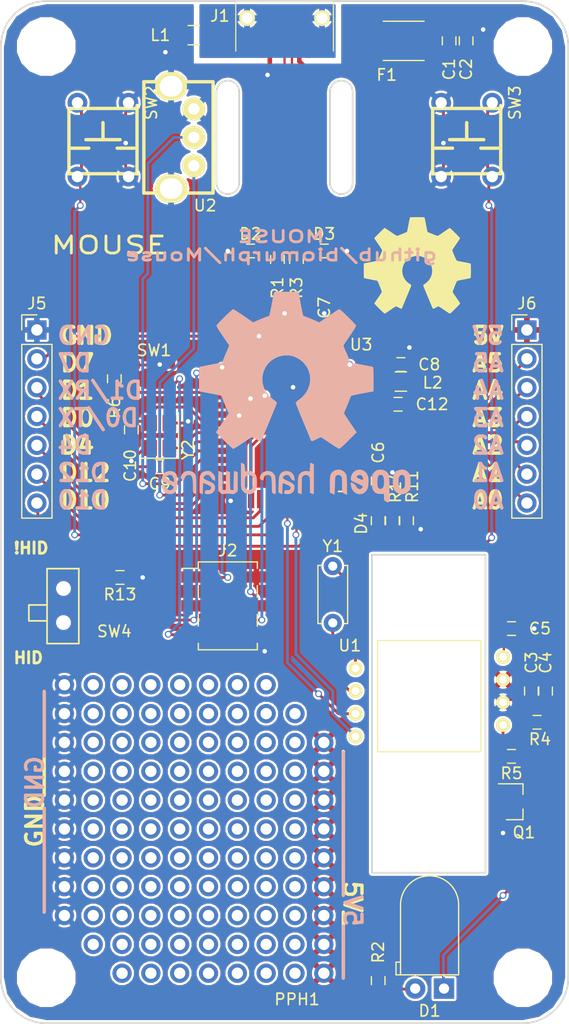
<source format=kicad_pcb>
(kicad_pcb (version 4) (host pcbnew 4.0.6)
  (layers (0 F.Cu signal) (31 B.Cu signal) (34 B.Paste user) (35 F.Paste user) (36 B.SilkS user) (37 F.SilkS user) (38 B.Mask user) (39 F.Mask user) (44 Edge.Cuts user))
  (net 0 "")
  (net 1 GND)
  (net 2 +5V)
  (net 3 "Net-(C5-Pad1)")
  (net 4 "Net-(C8-Pad1)")
  (net 5 "Net-(C9-Pad1)")
  (net 6 "Net-(C10-Pad1)")
  (net 7 "Net-(C11-Pad1)")
  (net 8 "Net-(C12-Pad1)")
  (net 9 "Net-(D1-Pad1)")
  (net 10 "Net-(D1-Pad2)")
  (net 11 "Net-(D2-Pad1)")
  (net 12 "Net-(D3-Pad1)")
  (net 13 /D13)
  (net 14 "Net-(D4-Pad1)")
  (net 15 "Net-(F1-Pad1)")
  (net 16 /USBID)
  (net 17 /MISO)
  (net 18 /SCLK)
  (net 19 /MOSI)
  (net 20 /RESET)
  (net 21 "Net-(Q1-Pad1)")
  (net 22 /D+)
  (net 23 /D-)
  (net 24 "Net-(R5-Pad2)")
  (net 25 /WHEEL_A)
  (net 26 /WHEEL_B)
  (net 27 /HWB)
  (net 28 /LEFT)
  (net 29 /RIGHT)
  (net 30 /HID_SELECT)
  (net 31 "Net-(U1-Pad1)")
  (net 32 "Net-(U1-Pad2)")
  (net 33 /ADNS_SDIO)
  (net 34 /ADNS_SCK)
  (net 35 /D7)
  (net 36 /RXLED)
  (net 37 /D0/RX)
  (net 38 /D1/TX)
  (net 39 /TXLED)
  (net 40 /D4)
  (net 41 /D12)
  (net 42 /D10)
  (net 43 /A0)
  (net 44 /A1)
  (net 45 /A2)
  (net 46 /A3)
  (net 47 /A4)
  (net 48 /A5)
  (net 49 GNDA)
  (net 50 "Net-(R13-Pad2)")
  (net 51 Earth)
  (net 52 "Net-(SW4-Pad3)")
  (net 53 "Net-(PPH1-Pad2)")
  (net 54 "Net-(PPH1-Pad3)")
  (net 55 "Net-(PPH1-Pad4)")
  (net 56 "Net-(PPH1-Pad5)")
  (net 57 "Net-(PPH1-Pad6)")
  (net 58 "Net-(PPH1-Pad7)")
  (net 59 "Net-(PPH1-Pad8)")
  (net 60 "Net-(PPH1-Pad16)")
  (net 61 "Net-(PPH1-Pad17)")
  (net 62 "Net-(PPH1-Pad26)")
  (net 63 "Net-(PPH1-Pad46)")
  (net 64 "Net-(PPH1-Pad56)")
  (net 65 "Net-(PPH1-Pad65)")
  (net 66 "Net-(PPH1-Pad66)")
  (net 67 "Net-(PPH1-Pad76)")
  (net 68 "Net-(PPH1-Pad86)")
  (net 69 "Net-(PPH1-Pad95)")
  (net 70 "Net-(PPH1-Pad103)")
  (net 71 "Net-(PPH1-Pad10)")
  (net 72 "Net-(PPH1-Pad11)")
  (net 73 "Net-(PPH1-Pad12)")
  (net 74 "Net-(PPH1-Pad13)")
  (net 75 "Net-(PPH1-Pad14)")
  (net 76 "Net-(PPH1-Pad15)")
  (net 77 "Net-(PPH1-Pad19)")
  (net 78 "Net-(PPH1-Pad22)")
  (net 79 "Net-(PPH1-Pad23)")
  (net 80 "Net-(PPH1-Pad24)")
  (net 81 "Net-(PPH1-Pad25)")
  (net 82 "Net-(PPH1-Pad29)")
  (net 83 "Net-(PPH1-Pad30)")
  (net 84 "Net-(PPH1-Pad31)")
  (net 85 "Net-(PPH1-Pad32)")
  (net 86 "Net-(PPH1-Pad33)")
  (net 87 "Net-(PPH1-Pad34)")
  (net 88 "Net-(PPH1-Pad35)")
  (net 89 "Net-(PPH1-Pad36)")
  (net 90 "Net-(PPH1-Pad39)")
  (net 91 "Net-(PPH1-Pad40)")
  (net 92 "Net-(PPH1-Pad41)")
  (net 93 "Net-(PPH1-Pad42)")
  (net 94 "Net-(PPH1-Pad43)")
  (net 95 "Net-(PPH1-Pad44)")
  (net 96 "Net-(PPH1-Pad45)")
  (net 97 "Net-(PPH1-Pad49)")
  (net 98 "Net-(PPH1-Pad50)")
  (net 99 "Net-(PPH1-Pad51)")
  (net 100 "Net-(PPH1-Pad52)")
  (net 101 "Net-(PPH1-Pad53)")
  (net 102 "Net-(PPH1-Pad54)")
  (net 103 "Net-(PPH1-Pad55)")
  (net 104 "Net-(PPH1-Pad59)")
  (net 105 "Net-(PPH1-Pad60)")
  (net 106 "Net-(PPH1-Pad61)")
  (net 107 "Net-(PPH1-Pad62)")
  (net 108 "Net-(PPH1-Pad63)")
  (net 109 "Net-(PPH1-Pad64)")
  (net 110 "Net-(PPH1-Pad69)")
  (net 111 "Net-(PPH1-Pad70)")
  (net 112 "Net-(PPH1-Pad71)")
  (net 113 "Net-(PPH1-Pad72)")
  (net 114 "Net-(PPH1-Pad73)")
  (net 115 "Net-(PPH1-Pad74)")
  (net 116 "Net-(PPH1-Pad75)")
  (net 117 "Net-(PPH1-Pad79)")
  (net 118 "Net-(PPH1-Pad80)")
  (net 119 "Net-(PPH1-Pad81)")
  (net 120 "Net-(PPH1-Pad82)")
  (net 121 "Net-(PPH1-Pad83)")
  (net 122 "Net-(PPH1-Pad84)")
  (net 123 "Net-(PPH1-Pad85)")
  (net 124 "Net-(PPH1-Pad88)")
  (net 125 "Net-(PPH1-Pad90)")
  (net 126 "Net-(PPH1-Pad91)")
  (net 127 "Net-(PPH1-Pad92)")
  (net 128 "Net-(PPH1-Pad93)")
  (net 129 "Net-(PPH1-Pad94)")
  (net 130 "Net-(PPH1-Pad97)")
  (net 131 "Net-(PPH1-Pad98)")
  (net 132 "Net-(PPH1-Pad99)")
  (net 133 "Net-(PPH1-Pad100)")
  (net 134 "Net-(PPH1-Pad101)")
  (net 135 "Net-(PPH1-Pad102)")
  (net 136 "Net-(PPH1-Pad20)")
  (net 137 "Net-(PPH1-Pad21)")
  (module Capacitors_SMD:C_0603 (layer F.Cu) (at 148 56.5 90)
    (fp_text reference C1 (at -2.5 0 90) (layer F.SilkS))
    (fp_text value 10uF)
    (pad 2 smd rect (at 0.75 0 90) (size 0.8 0.75) (layers F.Cu F.Paste F.Mask) (net 1 GND))
    (pad 1 smd rect (at -0.75 0 90) (size 0.8 0.75) (layers F.Cu F.Paste F.Mask) (net 2 +5V))
  )
  (module Capacitors_SMD:C_0603 (layer F.Cu) (at 149.5 56.5 90)
    (fp_text reference C2 (at -2.5 0 90) (layer F.SilkS))
    (fp_text value 0.1uF)
    (pad 2 smd rect (at 0.75 0 90) (size 0.8 0.75) (layers F.Cu F.Paste F.Mask) (net 1 GND))
    (pad 1 smd rect (at -0.75 0 90) (size 0.8 0.75) (layers F.Cu F.Paste F.Mask) (net 2 +5V))
  )
  (module Capacitors_SMD:C_0603 (layer F.Cu) (at 155.25 113.75 270)
    (fp_text reference C3 (at -2.5 0 270) (layer F.SilkS))
    (fp_text value 4.7uF)
    (pad 2 smd rect (at 0.75 0 270) (size 0.8 0.75) (layers F.Cu F.Paste F.Mask) (net 1 GND))
    (pad 1 smd rect (at -0.75 0 270) (size 0.8 0.75) (layers F.Cu F.Paste F.Mask) (net 2 +5V))
  )
  (module Capacitors_SMD:C_0603 (layer F.Cu) (at 156.5 113.75 270)
    (fp_text reference C4 (at -2.5 0 270) (layer F.SilkS))
    (fp_text value 0.1uF)
    (pad 2 smd rect (at 0.75 0 270) (size 0.8 0.75) (layers F.Cu F.Paste F.Mask) (net 1 GND))
    (pad 1 smd rect (at -0.75 0 270) (size 0.8 0.75) (layers F.Cu F.Paste F.Mask) (net 2 +5V))
  )
  (module Capacitors_SMD:C_0603 (layer F.Cu) (at 153.5 108.25)
    (fp_text reference C5 (at 2.5 0) (layer F.SilkS))
    (fp_text value 2.2uF)
    (pad 2 smd rect (at 0.75 0) (size 0.8 0.75) (layers F.Cu F.Paste F.Mask) (net 1 GND))
    (pad 1 smd rect (at -0.75 0) (size 0.8 0.75) (layers F.Cu F.Paste F.Mask) (net 3 "Net-(C5-Pad1)"))
  )
  (module Capacitors_SMD:C_0603 (layer F.Cu) (at 141.75 95.25 90)
    (fp_text reference C6 (at 2.5 0 90) (layer F.SilkS))
    (fp_text value 0.1uF)
    (pad 2 smd rect (at 0.75 0 90) (size 0.8 0.75) (layers F.Cu F.Paste F.Mask) (net 1 GND))
    (pad 1 smd rect (at -0.75 0 90) (size 0.8 0.75) (layers F.Cu F.Paste F.Mask) (net 2 +5V))
  )
  (module Capacitors_SMD:C_0603 (layer F.Cu) (at 137 82.5 90)
    (fp_text reference C7 (at 2.5 0 90) (layer F.SilkS))
    (fp_text value 0.1uF)
    (pad 2 smd rect (at 0.75 0 90) (size 0.8 0.75) (layers F.Cu F.Paste F.Mask) (net 1 GND))
    (pad 1 smd rect (at -0.75 0 90) (size 0.8 0.75) (layers F.Cu F.Paste F.Mask) (net 2 +5V))
  )
  (module Capacitors_SMD:C_0603 (layer F.Cu) (at 143.75 85)
    (fp_text reference C8 (at 2.5 0) (layer F.SilkS))
    (fp_text value 1uF)
    (pad 2 smd rect (at 0.75 0) (size 0.8 0.75) (layers F.Cu F.Paste F.Mask) (net 1 GND))
    (pad 1 smd rect (at -0.75 0) (size 0.8 0.75) (layers F.Cu F.Paste F.Mask) (net 4 "Net-(C8-Pad1)"))
  )
  (module Capacitors_SMD:C_0603 (layer F.Cu) (at 122.5 94 180)
    (fp_text reference C9 (at 0 -1.5 180) (layer F.SilkS))
    (fp_text value 18pF)
    (pad 2 smd rect (at 0.75 0 180) (size 0.8 0.75) (layers F.Cu F.Paste F.Mask) (net 1 GND))
    (pad 1 smd rect (at -0.75 0 180) (size 0.8 0.75) (layers F.Cu F.Paste F.Mask) (net 5 "Net-(C9-Pad1)"))
  )
  (module Capacitors_SMD:C_0603 (layer F.Cu) (at 120 90.75 270)
    (fp_text reference C10 (at 3.15 0.1 270) (layer F.SilkS))
    (fp_text value 18pF)
    (pad 2 smd rect (at 0.75 0 270) (size 0.8 0.75) (layers F.Cu F.Paste F.Mask) (net 1 GND))
    (pad 1 smd rect (at -0.75 0 270) (size 0.8 0.75) (layers F.Cu F.Paste F.Mask) (net 6 "Net-(C10-Pad1)"))
  )
  (module Capacitors_SMD:C_0603 (layer F.Cu) (at 133.75 82.5 90)
    (fp_text reference C11 (at 0 -1.5 90) (layer F.SilkS))
    (fp_text value 1uF)
    (pad 2 smd rect (at 0.75 0 90) (size 0.8 0.75) (layers F.Cu F.Paste F.Mask) (net 1 GND))
    (pad 1 smd rect (at -0.75 0 90) (size 0.8 0.75) (layers F.Cu F.Paste F.Mask) (net 7 "Net-(C11-Pad1)"))
  )
  (module Capacitors_SMD:C_0603 (layer F.Cu) (at 143.5 88.5)
    (fp_text reference C12 (at 3 0) (layer F.SilkS))
    (fp_text value 0.1uF)
    (pad 2 smd rect (at 0.75 0) (size 0.8 0.75) (layers F.Cu F.Paste F.Mask) (net 49 GNDA))
    (pad 1 smd rect (at -0.75 0) (size 0.8 0.75) (layers F.Cu F.Paste F.Mask) (net 8 "Net-(C12-Pad1)"))
  )
  (module Capacitors_SMD:C_0603 (layer F.Cu) (at 130.5 75 180)
    (fp_text reference D2 (at 0 1.5 180) (layer F.SilkS))
    (fp_text value CG0603MLC-05E)
    (pad 2 smd rect (at 0.75 0 180) (size 0.8 0.75) (layers F.Cu F.Paste F.Mask) (net 1 GND))
    (pad 1 smd rect (at -0.75 0 180) (size 0.8 0.75) (layers F.Cu F.Paste F.Mask) (net 11 "Net-(D2-Pad1)"))
  )
  (module Capacitors_SMD:C_0603 (layer F.Cu) (at 137 75)
    (fp_text reference D3 (at 0 -1.5) (layer F.SilkS))
    (fp_text value CG0603MLC-05E)
    (pad 2 smd rect (at 0.75 0) (size 0.8 0.75) (layers F.Cu F.Paste F.Mask) (net 1 GND))
    (pad 1 smd rect (at -0.75 0) (size 0.8 0.75) (layers F.Cu F.Paste F.Mask) (net 12 "Net-(D3-Pad1)"))
  )
  (module Capacitors_SMD:C_1812 (layer F.Cu) (at 144 56.5)
    (fp_text reference F1 (at -1.5 3) (layer F.SilkS))
    (fp_text value MF-MSMF050-2)
    (pad 1 smd rect (at -2.3 0) (size 1 3) (layers F.Cu F.Paste F.Mask) (net 15 "Net-(F1-Pad1)"))
    (pad 2 smd rect (at 2.3 0) (size 1 3) (layers F.Cu F.Paste F.Mask) (net 2 +5V))
  )
  (module Solutions:10118193_microUSB (layer F.Cu) (at 133.5 54.5 180)
    (fp_text reference J1 (at 5.7 0.2 180) (layer F.SilkS))
    (fp_text value USB_OTG)
    (pad 10 thru_hole oval (at -3.3 0 180) (size 1.4 1.4) (drill 1) (layers *.Cu *.Mask F.SilkS) (net 51 Earth))
    (pad 9 smd rect (at 1.2 0 180) (size 1.9 1.9) (layers F.Cu F.Paste F.Mask) (net 51 Earth))
    (pad 7 smd rect (at 3.2 -2.45 180) (size 1.6 1.4) (layers F.Cu F.Paste F.Mask) (net 51 Earth))
    (pad 1 smd rect (at -1.3 -2.675 180) (size 0.4 1.35) (layers F.Cu F.Paste F.Mask) (net 15 "Net-(F1-Pad1)"))
    (pad 2 smd rect (at -0.65 -2.675 180) (size 0.4 1.35) (layers F.Cu F.Paste F.Mask) (net 12 "Net-(D3-Pad1)"))
    (pad 5 smd rect (at 1.3 -2.675 180) (size 0.4 1.35) (layers F.Cu F.Paste F.Mask) (net 1 GND))
    (pad 4 smd rect (at 0.65 -2.675 180) (size 0.4 1.35) (layers F.Cu F.Paste F.Mask) (net 16 /USBID))
    (pad 3 smd rect (at 0 -2.675 180) (size 0.4 1.35) (layers F.Cu F.Paste F.Mask) (net 11 "Net-(D2-Pad1)"))
    (pad 6 smd rect (at -3.2 -2.45 180) (size 1.6 1.4) (layers F.Cu F.Paste F.Mask) (net 51 Earth))
    (pad 8 smd rect (at -1.2 0 180) (size 1.9 1.9) (layers F.Cu F.Paste F.Mask) (net 51 Earth))
    (pad 11 thru_hole oval (at 3.3 0 180) (size 1.4 1.4) (drill 1) (layers *.Cu *.Mask F.SilkS) (net 51 Earth))
  )
  (module Pin_Headers:Pin_Header_Straight_2x03_Pitch2.54mm_SMD (layer F.Cu) (at 128.5 106.25)
    (fp_text reference J2 (at 0 -4.87) (layer F.SilkS))
    (fp_text value CONN_02X03)
    (pad 1 smd rect (at -2.525 -2.54) (size 3.15 1) (layers F.Cu F.Paste F.Mask) (net 17 /MISO))
    (pad 2 smd rect (at 2.525 -2.54) (size 3.15 1) (layers F.Cu F.Paste F.Mask) (net 2 +5V))
    (pad 3 smd rect (at -2.525 0) (size 3.15 1) (layers F.Cu F.Paste F.Mask) (net 18 /SCLK))
    (pad 4 smd rect (at 2.525 0) (size 3.15 1) (layers F.Cu F.Paste F.Mask) (net 19 /MOSI))
    (pad 5 smd rect (at -2.525 2.54) (size 3.15 1) (layers F.Cu F.Paste F.Mask) (net 20 /RESET))
    (pad 6 smd rect (at 2.525 2.54) (size 3.15 1) (layers F.Cu F.Paste F.Mask) (net 1 GND))
  )
  (module Capacitors_SMD:C_0805 (layer F.Cu) (at 125.5 56 180)
    (fp_text reference L1 (at 2.95 0 180) (layer F.SilkS))
    (fp_text value MH2029-300Y)
    (pad 1 smd rect (at -1 0 180) (size 1 1.25) (layers F.Cu F.Paste F.Mask) (net 51 Earth))
    (pad 2 smd rect (at 1 0 180) (size 1 1.25) (layers F.Cu F.Paste F.Mask) (net 1 GND))
  )
  (module Capacitors_SMD:C_0805 (layer F.Cu) (at 143.75 86.5)
    (fp_text reference L2 (at 2.8 0.1) (layer F.SilkS))
    (fp_text value MH2029-300Y)
    (pad 1 smd rect (at -1 0) (size 1 1.25) (layers F.Cu F.Paste F.Mask) (net 4 "Net-(C8-Pad1)"))
    (pad 2 smd rect (at 1 0) (size 1 1.25) (layers F.Cu F.Paste F.Mask) (net 2 +5V))
  )
  (module TO_SOT_Packages_SMD:SOT-23 (layer F.Cu) (at 153.75 123.5)
    (fp_text reference Q1 (at 0.85 2.7) (layer F.SilkS))
    (fp_text value BC857ALT1G)
    (pad 1 smd rect (at -1 -0.95) (size 0.9 0.8) (layers F.Cu F.Paste F.Mask) (net 21 "Net-(Q1-Pad1)"))
    (pad 2 smd rect (at -1 0.95) (size 0.9 0.8) (layers F.Cu F.Paste F.Mask) (net 1 GND))
    (pad 3 smd rect (at 1 0) (size 0.9 0.8) (layers F.Cu F.Paste F.Mask) (net 9 "Net-(D1-Pad1)"))
  )
  (module Capacitors_SMD:C_0603 (layer F.Cu) (at 132.875 75.75 90)
    (fp_text reference R1 (at -2.5 0 90) (layer F.SilkS))
    (fp_text value 22R)
    (pad 2 smd rect (at 0.75 0 90) (size 0.8 0.75) (layers F.Cu F.Paste F.Mask) (net 11 "Net-(D2-Pad1)"))
    (pad 1 smd rect (at -0.75 0 90) (size 0.8 0.75) (layers F.Cu F.Paste F.Mask) (net 22 /D+))
  )
  (module Capacitors_SMD:C_0603 (layer F.Cu) (at 141.75 139.25 270)
    (fp_text reference R2 (at -2.5 0 270) (layer F.SilkS))
    (fp_text value 33R)
    (pad 2 smd rect (at 0.75 0 270) (size 0.8 0.75) (layers F.Cu F.Paste F.Mask) (net 10 "Net-(D1-Pad2)"))
    (pad 1 smd rect (at -0.75 0 270) (size 0.8 0.75) (layers F.Cu F.Paste F.Mask) (net 2 +5V))
  )
  (module Capacitors_SMD:C_0603 (layer F.Cu) (at 134.55 75.75 90)
    (fp_text reference R3 (at -2.5 0 90) (layer F.SilkS))
    (fp_text value 22R)
    (pad 2 smd rect (at 0.75 0 90) (size 0.8 0.75) (layers F.Cu F.Paste F.Mask) (net 12 "Net-(D3-Pad1)"))
    (pad 1 smd rect (at -0.75 0 90) (size 0.8 0.75) (layers F.Cu F.Paste F.Mask) (net 23 /D-))
  )
  (module Capacitors_SMD:C_0603 (layer F.Cu) (at 155.75 116.5)
    (fp_text reference R4 (at 0.25 1.5) (layer F.SilkS))
    (fp_text value 100K)
    (pad 2 smd rect (at 0.75 0) (size 0.8 0.75) (layers F.Cu F.Paste F.Mask) (net 2 +5V))
    (pad 1 smd rect (at -0.75 0) (size 0.8 0.75) (layers F.Cu F.Paste F.Mask) (net 21 "Net-(Q1-Pad1)"))
  )
  (module Capacitors_SMD:C_0603 (layer F.Cu) (at 153.5 119.5 180)
    (fp_text reference R5 (at 0 -1.5 180) (layer F.SilkS))
    (fp_text value 1K)
    (pad 2 smd rect (at 0.75 0 180) (size 0.8 0.75) (layers F.Cu F.Paste F.Mask) (net 24 "Net-(R5-Pad2)"))
    (pad 1 smd rect (at -0.75 0 180) (size 0.8 0.75) (layers F.Cu F.Paste F.Mask) (net 21 "Net-(Q1-Pad1)"))
  )
  (module Capacitors_SMD:C_0603 (layer F.Cu) (at 118.5 86.25 90)
    (fp_text reference R6 (at -2.55 0 90) (layer F.SilkS))
    (fp_text value 10K)
    (pad 2 smd rect (at 0.75 0 90) (size 0.8 0.75) (layers F.Cu F.Paste F.Mask) (net 2 +5V))
    (pad 1 smd rect (at -0.75 0 90) (size 0.8 0.75) (layers F.Cu F.Paste F.Mask) (net 20 /RESET))
  )
  (module Capacitors_SMD:C_0603 (layer F.Cu) (at 144.25 98.75 90)
    (fp_text reference R11 (at 3 0.5 90) (layer F.SilkS))
    (fp_text value 10K)
    (pad 2 smd rect (at 0.75 0 90) (size 0.8 0.75) (layers F.Cu F.Paste F.Mask) (net 27 /HWB))
    (pad 1 smd rect (at -0.75 0 90) (size 0.8 0.75) (layers F.Cu F.Paste F.Mask) (net 1 GND))
  )
  (module Solutions:PTS540_Switch (layer F.Cu) (at 122 86.25 180)
    (fp_text reference SW1 (at 0 2.5 180) (layer F.SilkS))
    (fp_text value "PTS540 JM035 SMTR LFS")
    (pad 1 smd rect (at -1.55 -1.208 180) (size 0.6 0.65) (layers F.Cu F.Paste F.Mask) (net 20 /RESET))
    (pad 2 smd rect (at 1.55 -1.208 180) (size 0.6 0.65) (layers F.Cu F.Paste F.Mask) (net 20 /RESET))
    (pad 3 smd rect (at -1.55 1.208 180) (size 0.6 0.65) (layers F.Cu F.Paste F.Mask) (net 1 GND))
    (pad 4 smd rect (at 1.55 1.208 180) (size 0.6 0.65) (layers F.Cu F.Paste F.Mask) (net 1 GND))
  )
  (module Crystals:Crystal_SMD_3225-4pin_3.2x2.5mm (layer F.Cu) (at 122.5 91.25 90)
    (fp_text reference Y2 (at -1.25 2.5 90) (layer F.SilkS))
    (fp_text value LFXTAL057485Cutt)
    (pad 1 smd rect (at -1.1 0.85 90) (size 1.4 1.2) (layers F.Cu F.Paste F.Mask) (net 5 "Net-(C9-Pad1)"))
    (pad 2 smd rect (at 1.1 0.85 90) (size 1.4 1.2) (layers F.Cu F.Paste F.Mask) (net 1 GND))
    (pad 3 smd rect (at 1.1 -0.85 90) (size 1.4 1.2) (layers F.Cu F.Paste F.Mask) (net 6 "Net-(C10-Pad1)"))
    (pad 4 smd rect (at -1.1 -0.85 90) (size 1.4 1.2) (layers F.Cu F.Paste F.Mask) (net 1 GND))
  )
  (module Capacitors_THT:C_Disc_D5.0mm_W2.5mm_P5.00mm (layer F.Cu) (at 137.75 102.75 270)
    (fp_text reference Y1 (at -1.75 0 540) (layer F.SilkS))
    (fp_text value 24MHz)
    (pad 1 thru_hole circle (at 0 0 270) (size 1.6 1.6) (drill 0.8) (layers *.Cu *.Mask) (net 31 "Net-(U1-Pad1)"))
    (pad 2 thru_hole circle (at 5 0 270) (size 1.6 1.6) (drill 0.8) (layers *.Cu *.Mask) (net 32 "Net-(U1-Pad2)"))
  )
  (module Capacitors_SMD:C_0603 (layer F.Cu) (at 141.75 98.75 90)
    (fp_text reference D4 (at -0.25 -1.5 90) (layer F.SilkS))
    (fp_text value LED)
    (pad 2 smd rect (at 0.75 0 90) (size 0.8 0.75) (layers F.Cu F.Paste F.Mask) (net 13 /D13))
    (pad 1 smd rect (at -0.75 0 90) (size 0.8 0.75) (layers F.Cu F.Paste F.Mask) (net 14 "Net-(D4-Pad1)"))
  )
  (module Capacitors_SMD:C_0603 (layer F.Cu) (at 119 103.75 180)
    (fp_text reference R13 (at 0 -1.5 180) (layer F.SilkS))
    (fp_text value 10K)
    (pad 2 smd rect (at 0.75 0 180) (size 0.8 0.75) (layers F.Cu F.Paste F.Mask) (net 50 "Net-(R13-Pad2)"))
    (pad 1 smd rect (at -0.75 0 180) (size 0.8 0.75) (layers F.Cu F.Paste F.Mask) (net 1 GND))
  )
  (module Capacitors_SMD:C_0603 (layer F.Cu) (at 143 98.75 270)
    (fp_text reference R14 (at -3 -0.25 270) (layer F.SilkS))
    (fp_text value 1K)
    (pad 2 smd rect (at 0.75 0 270) (size 0.8 0.75) (layers F.Cu F.Paste F.Mask) (net 1 GND))
    (pad 1 smd rect (at -0.75 0 270) (size 0.8 0.75) (layers F.Cu F.Paste F.Mask) (net 14 "Net-(D4-Pad1)"))
  )
  (module Solutions:SSSS810701_ALPS_DPDT (layer F.Cu) (at 114.020747 106.222398)
    (fp_text reference SW4 (at 4.479253 2.277602 180) (layer F.SilkS))
    (fp_text value CJS1200)
    (pad "" np_thru_hole circle (at 0 1.5) (size 0.9 0.9) (drill 0.9) (layers *.Cu *.Mask F.SilkS))
    (pad 3 smd rect (at 1.75 2.25) (size 1.5 0.7) (layers F.Cu F.Paste F.Mask) (net 52 "Net-(SW4-Pad3)"))
    (pad 2 smd rect (at 1.75 0.75) (size 1.5 0.7) (layers F.Cu F.Paste F.Mask) (net 30 /HID_SELECT))
    (pad 1 smd rect (at 1.75 -2.25) (size 1.5 0.7) (layers F.Cu F.Paste F.Mask) (net 50 "Net-(R13-Pad2)"))
    (pad "" np_thru_hole circle (at 0 -1.5) (size 0.9 0.9) (drill 0.9) (layers *.Cu *.Mask F.SilkS))
    (pad 6 smd rect (at -1.1 -3.65) (size 0.8 1) (layers F.Cu F.Paste F.Mask))
    (pad 7 smd rect (at 1.1 -3.65) (size 0.8 1) (layers F.Cu F.Paste F.Mask))
    (pad 5 smd rect (at -1.1 3.65) (size 0.8 1) (layers F.Cu F.Paste F.Mask))
    (pad 4 smd rect (at 1.1 3.65) (size 0.8 1) (layers F.Cu F.Paste F.Mask))
  )
  (module Housings_QFP:LQFP-44_10x10mm_Pitch0.8mm (layer F.Cu) (at 133.75 91 270)
    (fp_text reference U3 (at -7.75 -6.5 360) (layer F.SilkS))
    (fp_text value ATMEGA32U4-MU)
    (pad 1 smd rect (at -5.85 -4 270) (size 1.6 0.56) (layers F.Cu F.Paste F.Mask) (net 35 /D7))
    (pad 2 smd rect (at -5.85 -3.2 270) (size 1.6 0.56) (layers F.Cu F.Paste F.Mask) (net 2 +5V))
    (pad 3 smd rect (at -5.85 -2.4 270) (size 1.6 0.56) (layers F.Cu F.Paste F.Mask) (net 23 /D-))
    (pad 4 smd rect (at -5.85 -1.6 270) (size 1.6 0.56) (layers F.Cu F.Paste F.Mask) (net 22 /D+))
    (pad 5 smd rect (at -5.85 -0.8 270) (size 1.6 0.56) (layers F.Cu F.Paste F.Mask) (net 1 GND))
    (pad 6 smd rect (at -5.85 0 270) (size 1.6 0.56) (layers F.Cu F.Paste F.Mask) (net 7 "Net-(C11-Pad1)"))
    (pad 7 smd rect (at -5.85 0.8 270) (size 1.6 0.56) (layers F.Cu F.Paste F.Mask) (net 2 +5V))
    (pad 8 smd rect (at -5.85 1.6 270) (size 1.6 0.56) (layers F.Cu F.Paste F.Mask) (net 36 /RXLED))
    (pad 9 smd rect (at -5.85 2.4 270) (size 1.6 0.56) (layers F.Cu F.Paste F.Mask) (net 18 /SCLK))
    (pad 10 smd rect (at -5.85 3.2 270) (size 1.6 0.56) (layers F.Cu F.Paste F.Mask) (net 19 /MOSI))
    (pad 11 smd rect (at -5.85 4 270) (size 1.6 0.56) (layers F.Cu F.Paste F.Mask) (net 17 /MISO))
    (pad 12 smd rect (at -4 5.85) (size 1.6 0.56) (layers F.Cu F.Paste F.Mask) (net 30 /HID_SELECT))
    (pad 13 smd rect (at -3.2 5.85) (size 1.6 0.56) (layers F.Cu F.Paste F.Mask) (net 20 /RESET))
    (pad 14 smd rect (at -2.4 5.85) (size 1.6 0.56) (layers F.Cu F.Paste F.Mask) (net 2 +5V))
    (pad 15 smd rect (at -1.6 5.85) (size 1.6 0.56) (layers F.Cu F.Paste F.Mask) (net 1 GND))
    (pad 16 smd rect (at -0.8 5.85) (size 1.6 0.56) (layers F.Cu F.Paste F.Mask) (net 6 "Net-(C10-Pad1)"))
    (pad 17 smd rect (at 0 5.85) (size 1.6 0.56) (layers F.Cu F.Paste F.Mask) (net 5 "Net-(C9-Pad1)"))
    (pad 18 smd rect (at 0.8 5.85) (size 1.6 0.56) (layers F.Cu F.Paste F.Mask) (net 26 /WHEEL_B))
    (pad 19 smd rect (at 1.6 5.85) (size 1.6 0.56) (layers F.Cu F.Paste F.Mask) (net 25 /WHEEL_A))
    (pad 20 smd rect (at 2.4 5.85) (size 1.6 0.56) (layers F.Cu F.Paste F.Mask) (net 37 /D0/RX))
    (pad 21 smd rect (at 3.2 5.85) (size 1.6 0.56) (layers F.Cu F.Paste F.Mask) (net 38 /D1/TX))
    (pad 22 smd rect (at 4 5.85) (size 1.6 0.56) (layers F.Cu F.Paste F.Mask) (net 39 /TXLED))
    (pad 23 smd rect (at 5.85 4 270) (size 1.6 0.56) (layers F.Cu F.Paste F.Mask) (net 1 GND))
    (pad 24 smd rect (at 5.85 3.2 270) (size 1.6 0.56) (layers F.Cu F.Paste F.Mask) (net 4 "Net-(C8-Pad1)"))
    (pad 25 smd rect (at 5.85 2.4 270) (size 1.6 0.56) (layers F.Cu F.Paste F.Mask) (net 40 /D4))
    (pad 26 smd rect (at 5.85 1.6 270) (size 1.6 0.56) (layers F.Cu F.Paste F.Mask) (net 41 /D12))
    (pad 27 smd rect (at 5.85 0.8 270) (size 1.6 0.56) (layers F.Cu F.Paste F.Mask) (net 28 /LEFT))
    (pad 28 smd rect (at 5.85 0 270) (size 1.6 0.56) (layers F.Cu F.Paste F.Mask) (net 33 /ADNS_SDIO))
    (pad 29 smd rect (at 5.85 -0.8 270) (size 1.6 0.56) (layers F.Cu F.Paste F.Mask) (net 34 /ADNS_SCK))
    (pad 30 smd rect (at 5.85 -1.6 270) (size 1.6 0.56) (layers F.Cu F.Paste F.Mask) (net 42 /D10))
    (pad 31 smd rect (at 5.85 -2.4 270) (size 1.6 0.56) (layers F.Cu F.Paste F.Mask) (net 29 /RIGHT))
    (pad 32 smd rect (at 5.85 -3.2 270) (size 1.6 0.56) (layers F.Cu F.Paste F.Mask) (net 13 /D13))
    (pad 33 smd rect (at 5.85 -4 270) (size 1.6 0.56) (layers F.Cu F.Paste F.Mask) (net 27 /HWB))
    (pad 34 smd rect (at 4 -5.85) (size 1.6 0.56) (layers F.Cu F.Paste F.Mask) (net 2 +5V))
    (pad 35 smd rect (at 3.2 -5.85) (size 1.6 0.56) (layers F.Cu F.Paste F.Mask) (net 1 GND))
    (pad 36 smd rect (at 2.4 -5.85) (size 1.6 0.56) (layers F.Cu F.Paste F.Mask) (net 43 /A0))
    (pad 37 smd rect (at 1.6 -5.85) (size 1.6 0.56) (layers F.Cu F.Paste F.Mask) (net 44 /A1))
    (pad 38 smd rect (at 0.8 -5.85) (size 1.6 0.56) (layers F.Cu F.Paste F.Mask) (net 45 /A2))
    (pad 39 smd rect (at 0 -5.85) (size 1.6 0.56) (layers F.Cu F.Paste F.Mask) (net 46 /A3))
    (pad 40 smd rect (at -0.8 -5.85) (size 1.6 0.56) (layers F.Cu F.Paste F.Mask) (net 47 /A4))
    (pad 41 smd rect (at -1.6 -5.85) (size 1.6 0.56) (layers F.Cu F.Paste F.Mask) (net 48 /A5))
    (pad 42 smd rect (at -2.4 -5.85) (size 1.6 0.56) (layers F.Cu F.Paste F.Mask) (net 8 "Net-(C12-Pad1)"))
    (pad 43 smd rect (at -3.2 -5.85) (size 1.6 0.56) (layers F.Cu F.Paste F.Mask) (net 1 GND))
    (pad 44 smd rect (at -4 -5.85) (size 1.6 0.56) (layers F.Cu F.Paste F.Mask) (net 4 "Net-(C8-Pad1)"))
  )
  (module LEDs:LED_D5.0mm_Horizontal_O1.27mm_Z3.0mm (layer F.Cu) (at 147.55 139.95 180)
    (fp_text reference D1 (at 1.27 -1.96 180) (layer F.SilkS))
    (fp_text value D_Small)
    (pad 1 thru_hole rect (at 0 0 180) (size 1.8 1.8) (drill 0.9) (layers *.Cu *.Mask) (net 9 "Net-(D1-Pad1)"))
    (pad 2 thru_hole circle (at 2.54 0 180) (size 1.8 1.8) (drill 0.9) (layers *.Cu *.Mask) (net 10 "Net-(D1-Pad2)"))
  )
  (module Solutions:Mouse_Encoder (layer F.Cu) (at 123.5 65 90)
    (fp_text reference U2 (at -6 3 180) (layer F.SilkS))
    (fp_text value ENCODER-QUADRATURE)
    (pad B thru_hole circle (at 0 2 90) (size 2 2) (drill 1) (layers *.Cu *.Mask F.SilkS) (net 26 /WHEEL_B))
    (pad A thru_hole circle (at -2.5 2 90) (size 2 2) (drill 1) (layers *.Cu *.Mask F.SilkS) (net 25 /WHEEL_A))
    (pad C thru_hole circle (at 2.5 2 90) (size 2 2) (drill 1) (layers *.Cu *.Mask F.SilkS) (net 1 GND))
    (pad 4 thru_hole oval (at -4.5 0 90) (size 2.5 2.8) (drill oval 1.8 2) (layers *.Cu *.Mask F.SilkS) (net 1 GND))
    (pad 5 thru_hole oval (at 4.5 0 90) (size 2.5 2.8) (drill oval 1.8 2) (layers *.Cu *.Mask F.SilkS) (net 1 GND))
  )
  (module Pin_Headers:Pin_Header_Straight_1x07_Pitch2.54mm (layer F.Cu) (at 111.675 81.956)
    (fp_text reference J5 (at 0 -2.33) (layer F.SilkS))
    (fp_text value CONN_01X07)
    (pad 1 thru_hole rect (at 0 0) (size 1.7 1.7) (drill 1) (layers *.Cu *.Mask) (net 1 GND))
    (pad 2 thru_hole oval (at 0 2.54) (size 1.7 1.7) (drill 1) (layers *.Cu *.Mask) (net 35 /D7))
    (pad 3 thru_hole oval (at 0 5.08) (size 1.7 1.7) (drill 1) (layers *.Cu *.Mask) (net 37 /D0/RX))
    (pad 4 thru_hole oval (at 0 7.62) (size 1.7 1.7) (drill 1) (layers *.Cu *.Mask) (net 38 /D1/TX))
    (pad 5 thru_hole oval (at 0 10.16) (size 1.7 1.7) (drill 1) (layers *.Cu *.Mask) (net 40 /D4))
    (pad 6 thru_hole oval (at 0 12.7) (size 1.7 1.7) (drill 1) (layers *.Cu *.Mask) (net 41 /D12))
    (pad 7 thru_hole oval (at 0 15.24) (size 1.7 1.7) (drill 1) (layers *.Cu *.Mask) (net 42 /D10))
  )
  (module Pin_Headers:Pin_Header_Straight_1x07_Pitch2.54mm (layer F.Cu) (at 154.855 81.956)
    (fp_text reference J6 (at 0 -2.33) (layer F.SilkS))
    (fp_text value CONN_01X07)
    (pad 1 thru_hole rect (at 0 0) (size 1.7 1.7) (drill 1) (layers *.Cu *.Mask) (net 2 +5V))
    (pad 2 thru_hole oval (at 0 2.54) (size 1.7 1.7) (drill 1) (layers *.Cu *.Mask) (net 48 /A5))
    (pad 3 thru_hole oval (at 0 5.08) (size 1.7 1.7) (drill 1) (layers *.Cu *.Mask) (net 47 /A4))
    (pad 4 thru_hole oval (at 0 7.62) (size 1.7 1.7) (drill 1) (layers *.Cu *.Mask) (net 46 /A3))
    (pad 5 thru_hole oval (at 0 10.16) (size 1.7 1.7) (drill 1) (layers *.Cu *.Mask) (net 45 /A2))
    (pad 6 thru_hole oval (at 0 12.7) (size 1.7 1.7) (drill 1) (layers *.Cu *.Mask) (net 44 /A1))
    (pad 7 thru_hole oval (at 0 15.24) (size 1.7 1.7) (drill 1) (layers *.Cu *.Mask) (net 43 /A0))
  )
  (module Solutions:ADNS2610 (layer F.Cu) (at 146.25 113.75)
    (fp_text reference U1 (at -7 -4) (layer F.SilkS))
    (fp_text value ADNS2610PTH)
    (pad 1 thru_hole circle (at -6.5 -2) (size 1.2 1.2) (drill 0.7) (layers *.Cu *.Mask F.SilkS) (net 31 "Net-(U1-Pad1)"))
    (pad 2 thru_hole circle (at -6.5 0) (size 1.2 1.2) (drill 0.7) (layers *.Cu *.Mask F.SilkS) (net 32 "Net-(U1-Pad2)"))
    (pad 3 thru_hole circle (at -6.5 2) (size 1.2 1.2) (drill 0.7) (layers *.Cu *.Mask F.SilkS) (net 33 /ADNS_SDIO))
    (pad 4 thru_hole circle (at -6.5 4) (size 1.2 1.2) (drill 0.7) (layers *.Cu *.Mask F.SilkS) (net 34 /ADNS_SCK))
    (pad 8 thru_hole circle (at 6.5 -3) (size 1.2 1.2) (drill 0.7) (layers *.Cu *.Mask F.SilkS) (net 3 "Net-(C5-Pad1)"))
    (pad 7 thru_hole circle (at 6.5 -1) (size 1.2 1.2) (drill 0.7) (layers *.Cu *.Mask F.SilkS) (net 2 +5V))
    (pad 6 thru_hole circle (at 6.5 1) (size 1.2 1.2) (drill 0.7) (layers *.Cu *.Mask F.SilkS) (net 1 GND))
    (pad 5 thru_hole circle (at 6.5 3) (size 1.2 1.2) (drill 0.7) (layers *.Cu *.Mask F.SilkS) (net 24 "Net-(R5-Pad2)"))
  )
  (module Solutions:NPTH_1875 (layer F.Cu) (at 112.5 139)
    (fp_text reference J3 (at 0 1.5) (layer F.SilkS))
    (fp_text value NPTH)
    (pad "" np_thru_hole circle (at 0 0) (size 4.7625 4.7625) (drill 4.7625) (layers *.Cu *.Mask))
  )
  (module Solutions:NPTH_1875 (layer F.Cu) (at 154.5 139)
    (fp_text reference J4 (at 0 1.4) (layer F.SilkS))
    (fp_text value NPTH)
    (pad "" np_thru_hole circle (at 0 0) (size 4.7625 4.7625) (drill 4.7625) (layers *.Cu *.Mask))
  )
  (module Solutions:NPTH_1875 (layer F.Cu) (at 112.5 57)
    (fp_text reference J7 (at 0.1 1.3) (layer F.SilkS))
    (fp_text value NPTH)
    (pad "" np_thru_hole circle (at 0 0) (size 4.7625 4.7625) (drill 4.7625) (layers *.Cu *.Mask))
  )
  (module Solutions:NPTH_1875 (layer F.Cu) (at 154.5 57)
    (fp_text reference J8 (at -0.1 1.2) (layer F.SilkS))
    (fp_text value NPTH)
    (pad "" np_thru_hole circle (at 0 0) (size 4.7625 4.7625) (drill 4.7625) (layers *.Cu *.Mask))
  )
  (module Solutions:Mouse_PPH_Array (layer F.Cu) (at 114.1 113.2)
    (fp_text reference PPH1 (at 20.5 27.7) (layer F.SilkS))
    (fp_text value 104_PPH_Trapezoid)
    (pad 1 thru_hole circle (at 0 0) (size 1.7 1.7) (drill 1) (layers *.Cu *.Mask) (net 1 GND))
    (pad 2 thru_hole circle (at 2.54 0) (size 1.7 1.7) (drill 1) (layers *.Cu *.Mask) (net 53 "Net-(PPH1-Pad2)"))
    (pad 3 thru_hole circle (at 5.08 0) (size 1.7 1.7) (drill 1) (layers *.Cu *.Mask) (net 54 "Net-(PPH1-Pad3)"))
    (pad 4 thru_hole circle (at 7.62 0) (size 1.7 1.7) (drill 1) (layers *.Cu *.Mask) (net 55 "Net-(PPH1-Pad4)"))
    (pad 5 thru_hole circle (at 10.16 0) (size 1.7 1.7) (drill 1) (layers *.Cu *.Mask) (net 56 "Net-(PPH1-Pad5)"))
    (pad 6 thru_hole circle (at 12.7 0) (size 1.7 1.7) (drill 1) (layers *.Cu *.Mask) (net 57 "Net-(PPH1-Pad6)"))
    (pad 7 thru_hole circle (at 15.24 0) (size 1.7 1.7) (drill 1) (layers *.Cu *.Mask) (net 58 "Net-(PPH1-Pad7)"))
    (pad 8 thru_hole circle (at 17.78 0) (size 1.7 1.7) (drill 1) (layers *.Cu *.Mask) (net 59 "Net-(PPH1-Pad8)"))
    (pad 9 thru_hole circle (at 0 2.54) (size 1.7 1.7) (drill 1) (layers *.Cu *.Mask) (net 1 GND))
    (pad 10 thru_hole circle (at 2.54 2.54) (size 1.7 1.7) (drill 1) (layers *.Cu *.Mask) (net 71 "Net-(PPH1-Pad10)"))
    (pad 11 thru_hole circle (at 5.08 2.54) (size 1.7 1.7) (drill 1) (layers *.Cu *.Mask) (net 72 "Net-(PPH1-Pad11)"))
    (pad 12 thru_hole circle (at 7.62 2.54) (size 1.7 1.7) (drill 1) (layers *.Cu *.Mask) (net 73 "Net-(PPH1-Pad12)"))
    (pad 13 thru_hole circle (at 10.16 2.54) (size 1.7 1.7) (drill 1) (layers *.Cu *.Mask) (net 74 "Net-(PPH1-Pad13)"))
    (pad 14 thru_hole circle (at 12.7 2.54) (size 1.7 1.7) (drill 1) (layers *.Cu *.Mask) (net 75 "Net-(PPH1-Pad14)"))
    (pad 15 thru_hole circle (at 15.24 2.54) (size 1.7 1.7) (drill 1) (layers *.Cu *.Mask) (net 76 "Net-(PPH1-Pad15)"))
    (pad 16 thru_hole circle (at 17.78 2.54) (size 1.7 1.7) (drill 1) (layers *.Cu *.Mask) (net 60 "Net-(PPH1-Pad16)"))
    (pad 17 thru_hole circle (at 20.32 2.54) (size 1.7 1.7) (drill 1) (layers *.Cu *.Mask) (net 61 "Net-(PPH1-Pad17)"))
    (pad 18 thru_hole circle (at 0 5.08) (size 1.7 1.7) (drill 1) (layers *.Cu *.Mask) (net 1 GND))
    (pad 19 thru_hole circle (at 2.54 5.08) (size 1.7 1.7) (drill 1) (layers *.Cu *.Mask) (net 77 "Net-(PPH1-Pad19)"))
    (pad 20 thru_hole circle (at 5.08 5.08) (size 1.7 1.7) (drill 1) (layers *.Cu *.Mask) (net 136 "Net-(PPH1-Pad20)"))
    (pad 21 thru_hole circle (at 7.62 5.08) (size 1.7 1.7) (drill 1) (layers *.Cu *.Mask) (net 137 "Net-(PPH1-Pad21)"))
    (pad 22 thru_hole circle (at 10.16 5.08) (size 1.7 1.7) (drill 1) (layers *.Cu *.Mask) (net 78 "Net-(PPH1-Pad22)"))
    (pad 23 thru_hole circle (at 12.7 5.08) (size 1.7 1.7) (drill 1) (layers *.Cu *.Mask) (net 79 "Net-(PPH1-Pad23)"))
    (pad 24 thru_hole circle (at 15.24 5.08) (size 1.7 1.7) (drill 1) (layers *.Cu *.Mask) (net 80 "Net-(PPH1-Pad24)"))
    (pad 25 thru_hole circle (at 17.78 5.08) (size 1.7 1.7) (drill 1) (layers *.Cu *.Mask) (net 81 "Net-(PPH1-Pad25)"))
    (pad 26 thru_hole circle (at 20.32 5.08) (size 1.7 1.7) (drill 1) (layers *.Cu *.Mask) (net 62 "Net-(PPH1-Pad26)"))
    (pad 27 thru_hole circle (at 22.86 5.08) (size 1.7 1.7) (drill 1) (layers *.Cu *.Mask) (net 2 +5V))
    (pad 28 thru_hole circle (at 0 7.62) (size 1.7 1.7) (drill 1) (layers *.Cu *.Mask) (net 1 GND))
    (pad 29 thru_hole circle (at 2.54 7.62) (size 1.7 1.7) (drill 1) (layers *.Cu *.Mask) (net 82 "Net-(PPH1-Pad29)"))
    (pad 30 thru_hole circle (at 5.08 7.62) (size 1.7 1.7) (drill 1) (layers *.Cu *.Mask) (net 83 "Net-(PPH1-Pad30)"))
    (pad 31 thru_hole circle (at 7.62 7.62) (size 1.7 1.7) (drill 1) (layers *.Cu *.Mask) (net 84 "Net-(PPH1-Pad31)"))
    (pad 32 thru_hole circle (at 10.16 7.62) (size 1.7 1.7) (drill 1) (layers *.Cu *.Mask) (net 85 "Net-(PPH1-Pad32)"))
    (pad 33 thru_hole circle (at 12.7 7.62) (size 1.7 1.7) (drill 1) (layers *.Cu *.Mask) (net 86 "Net-(PPH1-Pad33)"))
    (pad 34 thru_hole circle (at 15.24 7.62) (size 1.7 1.7) (drill 1) (layers *.Cu *.Mask) (net 87 "Net-(PPH1-Pad34)"))
    (pad 35 thru_hole circle (at 17.78 7.62) (size 1.7 1.7) (drill 1) (layers *.Cu *.Mask) (net 88 "Net-(PPH1-Pad35)"))
    (pad 36 thru_hole circle (at 20.32 7.62) (size 1.7 1.7) (drill 1) (layers *.Cu *.Mask) (net 89 "Net-(PPH1-Pad36)"))
    (pad 37 thru_hole circle (at 22.86 7.62) (size 1.7 1.7) (drill 1) (layers *.Cu *.Mask) (net 2 +5V))
    (pad 38 thru_hole circle (at 0 10.16) (size 1.7 1.7) (drill 1) (layers *.Cu *.Mask) (net 1 GND))
    (pad 39 thru_hole circle (at 2.54 10.16) (size 1.7 1.7) (drill 1) (layers *.Cu *.Mask) (net 90 "Net-(PPH1-Pad39)"))
    (pad 40 thru_hole circle (at 5.08 10.16) (size 1.7 1.7) (drill 1) (layers *.Cu *.Mask) (net 91 "Net-(PPH1-Pad40)"))
    (pad 41 thru_hole circle (at 7.62 10.16) (size 1.7 1.7) (drill 1) (layers *.Cu *.Mask) (net 92 "Net-(PPH1-Pad41)"))
    (pad 42 thru_hole circle (at 10.16 10.16) (size 1.7 1.7) (drill 1) (layers *.Cu *.Mask) (net 93 "Net-(PPH1-Pad42)"))
    (pad 43 thru_hole circle (at 12.7 10.16) (size 1.7 1.7) (drill 1) (layers *.Cu *.Mask) (net 94 "Net-(PPH1-Pad43)"))
    (pad 44 thru_hole circle (at 15.24 10.16) (size 1.7 1.7) (drill 1) (layers *.Cu *.Mask) (net 95 "Net-(PPH1-Pad44)"))
    (pad 45 thru_hole circle (at 17.78 10.16) (size 1.7 1.7) (drill 1) (layers *.Cu *.Mask) (net 96 "Net-(PPH1-Pad45)"))
    (pad 46 thru_hole circle (at 20.32 10.16) (size 1.7 1.7) (drill 1) (layers *.Cu *.Mask) (net 63 "Net-(PPH1-Pad46)"))
    (pad 47 thru_hole circle (at 22.86 10.16) (size 1.7 1.7) (drill 1) (layers *.Cu *.Mask) (net 2 +5V))
    (pad 48 thru_hole circle (at 0 12.7) (size 1.7 1.7) (drill 1) (layers *.Cu *.Mask) (net 1 GND))
    (pad 49 thru_hole circle (at 2.54 12.7) (size 1.7 1.7) (drill 1) (layers *.Cu *.Mask) (net 97 "Net-(PPH1-Pad49)"))
    (pad 50 thru_hole circle (at 5.08 12.7) (size 1.7 1.7) (drill 1) (layers *.Cu *.Mask) (net 98 "Net-(PPH1-Pad50)"))
    (pad 51 thru_hole circle (at 7.62 12.7) (size 1.7 1.7) (drill 1) (layers *.Cu *.Mask) (net 99 "Net-(PPH1-Pad51)"))
    (pad 52 thru_hole circle (at 10.16 12.7) (size 1.7 1.7) (drill 1) (layers *.Cu *.Mask) (net 100 "Net-(PPH1-Pad52)"))
    (pad 53 thru_hole circle (at 12.7 12.7) (size 1.7 1.7) (drill 1) (layers *.Cu *.Mask) (net 101 "Net-(PPH1-Pad53)"))
    (pad 54 thru_hole circle (at 15.24 12.7) (size 1.7 1.7) (drill 1) (layers *.Cu *.Mask) (net 102 "Net-(PPH1-Pad54)"))
    (pad 55 thru_hole circle (at 17.78 12.7) (size 1.7 1.7) (drill 1) (layers *.Cu *.Mask) (net 103 "Net-(PPH1-Pad55)"))
    (pad 56 thru_hole circle (at 20.32 12.7) (size 1.7 1.7) (drill 1) (layers *.Cu *.Mask) (net 64 "Net-(PPH1-Pad56)"))
    (pad 57 thru_hole circle (at 22.86 12.7) (size 1.7 1.7) (drill 1) (layers *.Cu *.Mask) (net 2 +5V))
    (pad 58 thru_hole circle (at 0 15.24) (size 1.7 1.7) (drill 1) (layers *.Cu *.Mask) (net 1 GND))
    (pad 59 thru_hole circle (at 2.54 15.24) (size 1.7 1.7) (drill 1) (layers *.Cu *.Mask) (net 104 "Net-(PPH1-Pad59)"))
    (pad 60 thru_hole circle (at 5.08 15.24) (size 1.7 1.7) (drill 1) (layers *.Cu *.Mask) (net 105 "Net-(PPH1-Pad60)"))
    (pad 61 thru_hole circle (at 7.62 15.24) (size 1.7 1.7) (drill 1) (layers *.Cu *.Mask) (net 106 "Net-(PPH1-Pad61)"))
    (pad 62 thru_hole circle (at 10.16 15.24) (size 1.7 1.7) (drill 1) (layers *.Cu *.Mask) (net 107 "Net-(PPH1-Pad62)"))
    (pad 63 thru_hole circle (at 12.7 15.24) (size 1.7 1.7) (drill 1) (layers *.Cu *.Mask) (net 108 "Net-(PPH1-Pad63)"))
    (pad 64 thru_hole circle (at 15.24 15.24) (size 1.7 1.7) (drill 1) (layers *.Cu *.Mask) (net 109 "Net-(PPH1-Pad64)"))
    (pad 65 thru_hole circle (at 17.78 15.24) (size 1.7 1.7) (drill 1) (layers *.Cu *.Mask) (net 65 "Net-(PPH1-Pad65)"))
    (pad 66 thru_hole circle (at 20.32 15.24) (size 1.7 1.7) (drill 1) (layers *.Cu *.Mask) (net 66 "Net-(PPH1-Pad66)"))
    (pad 67 thru_hole circle (at 22.86 15.24) (size 1.7 1.7) (drill 1) (layers *.Cu *.Mask) (net 2 +5V))
    (pad 68 thru_hole circle (at 0 17.78) (size 1.7 1.7) (drill 1) (layers *.Cu *.Mask) (net 1 GND))
    (pad 69 thru_hole circle (at 2.54 17.78) (size 1.7 1.7) (drill 1) (layers *.Cu *.Mask) (net 110 "Net-(PPH1-Pad69)"))
    (pad 70 thru_hole circle (at 5.08 17.78) (size 1.7 1.7) (drill 1) (layers *.Cu *.Mask) (net 111 "Net-(PPH1-Pad70)"))
    (pad 71 thru_hole circle (at 7.62 17.78) (size 1.7 1.7) (drill 1) (layers *.Cu *.Mask) (net 112 "Net-(PPH1-Pad71)"))
    (pad 72 thru_hole circle (at 10.16 17.78) (size 1.7 1.7) (drill 1) (layers *.Cu *.Mask) (net 113 "Net-(PPH1-Pad72)"))
    (pad 73 thru_hole circle (at 12.7 17.78) (size 1.7 1.7) (drill 1) (layers *.Cu *.Mask) (net 114 "Net-(PPH1-Pad73)"))
    (pad 74 thru_hole circle (at 15.24 17.78) (size 1.7 1.7) (drill 1) (layers *.Cu *.Mask) (net 115 "Net-(PPH1-Pad74)"))
    (pad 75 thru_hole circle (at 17.78 17.78) (size 1.7 1.7) (drill 1) (layers *.Cu *.Mask) (net 116 "Net-(PPH1-Pad75)"))
    (pad 76 thru_hole circle (at 20.32 17.78) (size 1.7 1.7) (drill 1) (layers *.Cu *.Mask) (net 67 "Net-(PPH1-Pad76)"))
    (pad 77 thru_hole circle (at 22.86 17.78) (size 1.7 1.7) (drill 1) (layers *.Cu *.Mask) (net 2 +5V))
    (pad 78 thru_hole circle (at 0 20.32) (size 1.7 1.7) (drill 1) (layers *.Cu *.Mask) (net 1 GND))
    (pad 79 thru_hole circle (at 2.54 20.32) (size 1.7 1.7) (drill 1) (layers *.Cu *.Mask) (net 117 "Net-(PPH1-Pad79)"))
    (pad 80 thru_hole circle (at 5.08 20.32) (size 1.7 1.7) (drill 1) (layers *.Cu *.Mask) (net 118 "Net-(PPH1-Pad80)"))
    (pad 81 thru_hole circle (at 7.62 20.32) (size 1.7 1.7) (drill 1) (layers *.Cu *.Mask) (net 119 "Net-(PPH1-Pad81)"))
    (pad 82 thru_hole circle (at 10.16 20.32) (size 1.7 1.7) (drill 1) (layers *.Cu *.Mask) (net 120 "Net-(PPH1-Pad82)"))
    (pad 83 thru_hole circle (at 12.7 20.32) (size 1.7 1.7) (drill 1) (layers *.Cu *.Mask) (net 121 "Net-(PPH1-Pad83)"))
    (pad 84 thru_hole circle (at 15.24 20.32) (size 1.7 1.7) (drill 1) (layers *.Cu *.Mask) (net 122 "Net-(PPH1-Pad84)"))
    (pad 85 thru_hole circle (at 17.78 20.32) (size 1.7 1.7) (drill 1) (layers *.Cu *.Mask) (net 123 "Net-(PPH1-Pad85)"))
    (pad 86 thru_hole circle (at 20.32 20.32) (size 1.7 1.7) (drill 1) (layers *.Cu *.Mask) (net 68 "Net-(PPH1-Pad86)"))
    (pad 87 thru_hole circle (at 22.86 20.32) (size 1.7 1.7) (drill 1) (layers *.Cu *.Mask) (net 2 +5V))
    (pad 88 thru_hole circle (at 2.54 22.86) (size 1.7 1.7) (drill 1) (layers *.Cu *.Mask) (net 124 "Net-(PPH1-Pad88)"))
    (pad 89 thru_hole circle (at 5.08 22.86) (size 1.7 1.7) (drill 1) (layers *.Cu *.Mask))
    (pad 90 thru_hole circle (at 7.62 22.86) (size 1.7 1.7) (drill 1) (layers *.Cu *.Mask) (net 125 "Net-(PPH1-Pad90)"))
    (pad 91 thru_hole circle (at 10.16 22.86) (size 1.7 1.7) (drill 1) (layers *.Cu *.Mask) (net 126 "Net-(PPH1-Pad91)"))
    (pad 92 thru_hole circle (at 12.7 22.86) (size 1.7 1.7) (drill 1) (layers *.Cu *.Mask) (net 127 "Net-(PPH1-Pad92)"))
    (pad 93 thru_hole circle (at 15.24 22.86) (size 1.7 1.7) (drill 1) (layers *.Cu *.Mask) (net 128 "Net-(PPH1-Pad93)"))
    (pad 94 thru_hole circle (at 17.78 22.86) (size 1.7 1.7) (drill 1) (layers *.Cu *.Mask) (net 129 "Net-(PPH1-Pad94)"))
    (pad 95 thru_hole circle (at 20.32 22.86) (size 1.7 1.7) (drill 1) (layers *.Cu *.Mask) (net 69 "Net-(PPH1-Pad95)"))
    (pad 96 thru_hole circle (at 22.86 22.86) (size 1.7 1.7) (drill 1) (layers *.Cu *.Mask) (net 2 +5V))
    (pad 97 thru_hole circle (at 5.08 25.4) (size 1.7 1.7) (drill 1) (layers *.Cu *.Mask) (net 130 "Net-(PPH1-Pad97)"))
    (pad 98 thru_hole circle (at 7.62 25.4) (size 1.7 1.7) (drill 1) (layers *.Cu *.Mask) (net 131 "Net-(PPH1-Pad98)"))
    (pad 99 thru_hole circle (at 10.16 25.4) (size 1.7 1.7) (drill 1) (layers *.Cu *.Mask) (net 132 "Net-(PPH1-Pad99)"))
    (pad 100 thru_hole circle (at 12.7 25.4) (size 1.7 1.7) (drill 1) (layers *.Cu *.Mask) (net 133 "Net-(PPH1-Pad100)"))
    (pad 101 thru_hole circle (at 15.24 25.4) (size 1.7 1.7) (drill 1) (layers *.Cu *.Mask) (net 134 "Net-(PPH1-Pad101)"))
    (pad 102 thru_hole circle (at 17.78 25.4) (size 1.7 1.7) (drill 1) (layers *.Cu *.Mask) (net 135 "Net-(PPH1-Pad102)"))
    (pad 103 thru_hole circle (at 20.32 25.4) (size 1.7 1.7) (drill 1) (layers *.Cu *.Mask) (net 70 "Net-(PPH1-Pad103)"))
    (pad 104 thru_hole circle (at 22.86 25.4) (size 1.7 1.7) (drill 1) (layers *.Cu *.Mask) (net 2 +5V))
  )
  (module Graphics:oshwa-logo-gear (layer F.Cu) (at 145.2 76.3)
    (fp_text reference G*** hide)
    (fp_text value LOGO hide)
  )
  (module Symbols:OSHW-Logo2_24.3x20mm_SilkScreen (layer B.Cu) (at 133.65 87.85 180)
    (fp_text reference REF*** hide)
    (fp_text value OSHW-Logo2_24.3x20mm_SilkScreen hide)
  )
  (module Solutions:Mouse_Button (layer F.Cu) (at 119.75 61.95 270)
    (fp_text reference SW2 (at 0 -2 270) (layer F.SilkS))
    (fp_text value LL3301DF065QJ)
    (pad 1 thru_hole circle (at 0 0 270) (size 1.75 1.75) (drill 1) (layers *.Cu *.Mask) (net 1 GND))
    (pad 2 thru_hole circle (at 6.5 0 270) (size 1.75 1.75) (drill 1) (layers *.Cu *.Mask) (net 1 GND))
    (pad 3 thru_hole circle (at 0 4.5 270) (size 1.75 1.75) (drill 1) (layers *.Cu *.Mask) (net 28 /LEFT))
    (pad 4 thru_hole circle (at 6.5 4.5 270) (size 1.75 1.75) (drill 1) (layers *.Cu *.Mask) (net 28 /LEFT))
  )
  (module Solutions:Mouse_Button (layer F.Cu) (at 151.8 61.95 270)
    (fp_text reference SW3 (at 0 -2 270) (layer F.SilkS))
    (fp_text value LL3301DF065QJ)
    (pad 1 thru_hole circle (at 0 0 270) (size 1.75 1.75) (drill 1) (layers *.Cu *.Mask) (net 29 /RIGHT))
    (pad 2 thru_hole circle (at 6.5 0 270) (size 1.75 1.75) (drill 1) (layers *.Cu *.Mask) (net 29 /RIGHT))
    (pad 3 thru_hole circle (at 0 4.5 270) (size 1.75 1.75) (drill 1) (layers *.Cu *.Mask) (net 1 GND))
    (pad 4 thru_hole circle (at 6.5 4.5 270) (size 1.75 1.75) (drill 1) (layers *.Cu *.Mask) (net 1 GND))
  )
  (gr_text ____5V___________ (at 139.5 129.1 270) (layer B.SilkS) (effects (font (size 1.5 1.5) (thickness 0.3)) (justify mirror)))
  (gr_text _____GND________ (at 111.5 123.5 90) (layer B.SilkS) (effects (font (size 1.5 1.5) (thickness 0.3)) (justify mirror)))
  (gr_text MOUSE (at 118 74.5) (layer F.SilkS) (effects (font (size 1.5 2) (thickness 0.25))))
  (gr_text __________5V_____ (at 139.5 129 270) (layer F.SilkS) (effects (font (size 1.5 1.5) (thickness 0.3))))
  (gr_text _____GND________ (at 111.5 123.5 90) (layer F.SilkS) (effects (font (size 1.5 1.5) (thickness 0.3))))
  (gr_text "!HID\n\n \n\n\n\nHID" (at 109.5 106) (layer F.SilkS) (effects (font (size 1 1) (thickness 0.25)) (justify left)))
  (gr_line (start 108.5 139) (end 108.5 57) (angle 90) (layer Edge.Cuts) (width 0.15))
  (gr_line (start 154.5 143) (end 112.5 143) (angle 90) (layer Edge.Cuts) (width 0.15))
  (gr_line (start 158.5 57) (end 158.5 139) (angle 90) (layer Edge.Cuts) (width 0.15))
  (gr_line (start 112.5 53) (end 154.5 53) (angle 90) (layer Edge.Cuts) (width 0.15))
  (gr_arc (start 154.5 57) (end 154.5 53) (angle 90) (layer Edge.Cuts) (width 0.15))
  (gr_arc (start 112.5 57) (end 108.5 57) (angle 90) (layer Edge.Cuts) (width 0.15))
  (gr_arc (start 112.5 139) (end 112.5 143) (angle 90) (layer Edge.Cuts) (width 0.15))
  (gr_arc (start 154.5 139) (end 158.5 139) (angle 90) (layer Edge.Cuts) (width 0.15))
  (gr_text "MOUSE\ngithub/biomurph/Mouse" (at 133.2 74.55) (layer B.SilkS) (effects (font (size 1 1.5) (thickness 0.25)) (justify mirror)))
  (gr_text "5V\nA5\nA4\nA3\nA2\nA1\nA0" (at 151.426 89.703) (layer B.SilkS) (effects (font (size 1.5 1.5) (thickness 0.3)) (justify mirror)))
  (gr_text "GND\nD7\nD1\nD0\nD4\nD12\nD10" (at 113.58 89.703) (layer F.SilkS) (effects (font (size 1.5 1.5) (thickness 0.3)) (justify left)))
  (gr_text "5V\nA5\nA4\nA3\nA2\nA1\nA0" (at 151.426 89.703) (layer F.SilkS) (effects (font (size 1.5 1.5) (thickness 0.3))))
  (gr_text "GND\nD7\nD1/RX\nD0/TX\nD4\nD12\nD10" (at 113.326 89.703) (layer B.SilkS) (effects (font (size 1.5 1.5) (thickness 0.3)) (justify right mirror)))
  (gr_arc (start 138.5 69) (end 138.5 70) (angle 90) (layer Edge.Cuts) (width 0.15))
  (gr_arc (start 138.5 69) (end 139.5 69) (angle 90) (layer Edge.Cuts) (width 0.15))
  (gr_arc (start 138.5 61) (end 138.5 60) (angle 90) (layer Edge.Cuts) (width 0.15))
  (gr_arc (start 138.5 61) (end 137.5 61) (angle 90) (layer Edge.Cuts) (width 0.15))
  (gr_line (start 139.5 69) (end 139.5 61) (angle 90) (layer Edge.Cuts) (width 0.15))
  (gr_line (start 137.5 61) (end 137.5 69) (angle 90) (layer Edge.Cuts) (width 0.15))
  (gr_arc (start 128.5 69) (end 128.5 70) (angle 90) (layer Edge.Cuts) (width 0.15))
  (gr_arc (start 128.5 69) (end 129.5 69) (angle 90) (layer Edge.Cuts) (width 0.15))
  (gr_arc (start 128.5 61) (end 128.5 60) (angle 90) (layer Edge.Cuts) (width 0.15))
  (gr_arc (start 128.5 61) (end 127.5 61) (angle 90) (layer Edge.Cuts) (width 0.15))
  (gr_line (start 129.5 69) (end 129.5 61) (angle 90) (layer Edge.Cuts) (width 0.15))
  (gr_line (start 127.5 61) (end 127.5 69) (angle 90) (layer Edge.Cuts) (width 0.15))
  (gr_line (start 151.2 101.75) (end 141.2 101.75) (angle 90) (layer Edge.Cuts) (width 0.15))
  (gr_line (start 151.2 129.75) (end 151.2 101.75) (angle 90) (layer Edge.Cuts) (width 0.15))
  (gr_line (start 141.2 129.75) (end 151.2 129.75) (angle 90) (layer Edge.Cuts) (width 0.15))
  (gr_line (start 141.2 101.75) (end 141.2 129.75) (angle 90) (layer Edge.Cuts) (width 0.15))
  (segment (start 119.4 68.5) (end 119.5 68.4) (width 0.25) (layer F.Cu) (net 1))
  (segment (start 119.5 68.4) (end 119.5 65.5) (width 0.25) (layer F.Cu) (net 1))
  (segment (start 119.4 62.5) (end 119.5 62.6) (width 0.25) (layer F.Cu) (net 1))
  (segment (start 119.5 62.6) (end 119.5 65.5) (width 0.25) (layer F.Cu) (net 1))
  (via (at 119.5 65.5) (size 0.6) (drill 0.4) (layers F.Cu B.Cu) (net 1))
  (segment (start 147.6 68.5) (end 147.5 68.4) (width 0.25) (layer F.Cu) (net 1))
  (segment (start 147.5 68.4) (end 147.5 65.5) (width 0.25) (layer F.Cu) (net 1))
  (segment (start 147.6 62.5) (end 147.5 62.6) (width 0.25) (layer F.Cu) (net 1))
  (segment (start 147.5 62.6) (end 147.5 65.5) (width 0.25) (layer F.Cu) (net 1))
  (via (at 147.5 65.5) (size 0.6) (drill 0.4) (layers F.Cu B.Cu) (net 1))
  (segment (start 131.025 108.79) (end 131.025 109.525) (width 0.25) (layer F.Cu) (net 1))
  (via (at 131.75 110.25) (size 0.6) (drill 0.4) (layers F.Cu B.Cu) (net 1))
  (segment (start 131.025 109.525) (end 131.75 110.25) (width 0.25) (layer F.Cu) (net 1))
  (segment (start 119.75 103.75) (end 121 103.75) (width 0.25) (layer F.Cu) (net 1))
  (via (at 121 103.75) (size 0.6) (drill 0.4) (layers F.Cu B.Cu) (net 1))
  (segment (start 152.75 124.45) (end 152.75 126.25) (width 0.25) (layer F.Cu) (net 1))
  (via (at 152.75 126.25) (size 0.6) (drill 0.4) (layers F.Cu B.Cu) (net 1))
  (segment (start 129.75 75) (end 128.5 75) (width 0.25) (layer F.Cu) (net 1))
  (via (at 128.5 75) (size 0.6) (drill 0.4) (layers F.Cu B.Cu) (net 1))
  (segment (start 137.75 75) (end 139 75) (width 0.25) (layer F.Cu) (net 1))
  (via (at 139 75) (size 0.6) (drill 0.4) (layers F.Cu B.Cu) (net 1))
  (segment (start 139.6 87.8) (end 138.2 87.8) (width 0.4) (layer F.Cu) (net 1))
  (segment (start 138.2 94.2) (end 139.6 94.2) (width 0.4) (layer F.Cu) (net 1))
  (segment (start 138 94) (end 138.2 94.2) (width 0.4) (layer F.Cu) (net 1))
  (segment (start 138 88) (end 138 94) (width 0.4) (layer F.Cu) (net 1))
  (segment (start 138.2 87.8) (end 138 88) (width 0.4) (layer F.Cu) (net 1))
  (segment (start 134.55 85.15) (end 134.55 86.7) (width 0.4) (layer F.Cu) (net 1))
  (via (at 134.25 87) (size 0.6) (drill 0.4) (layers F.Cu B.Cu) (net 1))
  (segment (start 134.55 86.7) (end 134.25 87) (width 0.4) (layer F.Cu) (net 1))
  (segment (start 127.9 89.4) (end 128 89.5) (width 0.4) (layer F.Cu) (net 1))
  (segment (start 128 89.5) (end 129.5 89.5) (width 0.4) (layer F.Cu) (net 1))
  (via (at 129.5 89.5) (size 0.6) (drill 0.4) (layers F.Cu B.Cu) (net 1))
  (segment (start 154.25 108.25) (end 155.5 108.25) (width 0.2) (layer F.Cu) (net 1))
  (via (at 155.5 108.25) (size 0.6) (drill 0.4) (layers F.Cu B.Cu) (net 1))
  (segment (start 155.25 114.5) (end 153 114.5) (width 0.25) (layer F.Cu) (net 1))
  (segment (start 153 114.5) (end 152.75 114.75) (width 0.2) (layer F.Cu) (net 1))
  (segment (start 156.5 114.5) (end 155.25 114.5) (width 0.25) (layer F.Cu) (net 1))
  (segment (start 152.75 114.75) (end 153 114.5) (width 0.2) (layer F.Cu) (net 1))
  (segment (start 129.75 96.85) (end 128.9 96.85) (width 0.25) (layer F.Cu) (net 1))
  (via (at 128.75 97) (size 0.6) (drill 0.4) (layers F.Cu B.Cu) (net 1))
  (segment (start 128.9 96.85) (end 128.75 97) (width 0.2) (layer F.Cu) (net 1))
  (segment (start 144.25 99.5) (end 145.5 99.5) (width 0.25) (layer F.Cu) (net 1))
  (via (at 145.5 99.5) (size 0.6) (drill 0.4) (layers F.Cu B.Cu) (net 1))
  (segment (start 143 99.5) (end 144.25 99.5) (width 0.25) (layer F.Cu) (net 1))
  (segment (start 141.75 94.5) (end 143 94.5) (width 0.25) (layer F.Cu) (net 1))
  (via (at 143 94.5) (size 0.6) (drill 0.4) (layers F.Cu B.Cu) (net 1))
  (segment (start 139.6 94.2) (end 141.45 94.2) (width 0.25) (layer F.Cu) (net 1))
  (segment (start 141.45 94.2) (end 141.75 94.5) (width 0.2) (layer F.Cu) (net 1))
  (segment (start 123.35 90.15) (end 124.85 90.15) (width 0.25) (layer F.Cu) (net 1))
  (via (at 125 90) (size 0.6) (drill 0.4) (layers F.Cu B.Cu) (net 1))
  (segment (start 124.85 90.15) (end 125 90) (width 0.25) (layer F.Cu) (net 1))
  (segment (start 121.65 92.35) (end 121.15 92.35) (width 0.2) (layer F.Cu) (net 1))
  (segment (start 121.15 92.35) (end 120 93.5) (width 0.25) (layer F.Cu) (net 1))
  (segment (start 121.75 94) (end 120.5 94) (width 0.25) (layer F.Cu) (net 1))
  (via (at 120 93.5) (size 0.6) (drill 0.4) (layers F.Cu B.Cu) (net 1))
  (segment (start 120 93.5) (end 120 91.5) (width 0.25) (layer F.Cu) (net 1))
  (segment (start 120.5 94) (end 120 93.5) (width 0.25) (layer F.Cu) (net 1))
  (segment (start 123.55 85.042) (end 122.542 85.042) (width 0.25) (layer F.Cu) (net 1))
  (segment (start 122.458 85.042) (end 122.5 85) (width 0.2) (layer F.Cu) (net 1))
  (via (at 122.5 85) (size 0.6) (drill 0.4) (layers F.Cu B.Cu) (net 1))
  (segment (start 122.458 85.042) (end 120.45 85.042) (width 0.25) (layer F.Cu) (net 1))
  (segment (start 122.542 85.042) (end 122.5 85) (width 0.2) (layer F.Cu) (net 1))
  (segment (start 133.75 81.75) (end 133.5 81.5) (width 0.2) (layer F.Cu) (net 1))
  (segment (start 133.5 81.5) (end 133.5 80.5) (width 0.2) (layer F.Cu) (net 1))
  (via (at 133.5 80.5) (size 0.6) (drill 0.4) (layers F.Cu B.Cu) (net 1))
  (segment (start 137 81.75) (end 137 80.5) (width 0.25) (layer F.Cu) (net 1))
  (via (at 137 80.5) (size 0.6) (drill 0.4) (layers F.Cu B.Cu) (net 1))
  (segment (start 144.5 85) (end 144.5 83.5) (width 0.25) (layer F.Cu) (net 1))
  (via (at 144.5 83.5) (size 0.6) (drill 0.4) (layers F.Cu B.Cu) (net 1))
  (segment (start 149.5 55.75) (end 150.75 55.75) (width 0.4) (layer F.Cu) (net 1))
  (via (at 151 55.5) (size 0.6) (drill 0.4) (layers F.Cu B.Cu) (net 1))
  (segment (start 150.75 55.75) (end 151 55.5) (width 0.4) (layer F.Cu) (net 1))
  (segment (start 148 55.75) (end 149.5 55.75) (width 0.4) (layer F.Cu) (net 1))
  (segment (start 132.2 57.175) (end 132.2 59.3) (width 0.4) (layer F.Cu) (net 1))
  (via (at 132 59.5) (size 0.6) (drill 0.4) (layers F.Cu B.Cu) (net 1))
  (segment (start 132.2 59.3) (end 132 59.5) (width 0.4) (layer F.Cu) (net 1))
  (segment (start 124.5 56) (end 123 57.5) (width 0.25) (layer F.Cu) (net 1))
  (via (at 123 57.5) (size 0.6) (drill 0.4) (layers F.Cu B.Cu) (net 1))
  (segment (start 136.95 85.15) (end 137 85.1) (width 0.2) (layer F.Cu) (net 2))
  (segment (start 137 85.1) (end 137 83.25) (width 0.2) (layer F.Cu) (net 2))
  (segment (start 152.75 108.25) (end 152.85 110.65) (width 0.2) (layer F.Cu) (net 3))
  (segment (start 152.85 110.65) (end 152.75 110.75) (width 0.2) (layer F.Cu) (net 3))
  (segment (start 139.6 87) (end 135.75 87) (width 0.25) (layer F.Cu) (net 4))
  (segment (start 130.55 92.2) (end 130.55 96.85) (width 0.25) (layer F.Cu) (net 4))
  (segment (start 135.75 87) (end 130.55 92.2) (width 0.25) (layer F.Cu) (net 4))
  (segment (start 143 85) (end 142.75 85.25) (width 0.2) (layer F.Cu) (net 4))
  (segment (start 142.75 85.25) (end 142.75 86.5) (width 0.25) (layer F.Cu) (net 4))
  (segment (start 139.6 87) (end 140.1 86.5) (width 0.25) (layer F.Cu) (net 4))
  (segment (start 140.1 86.5) (end 142.75 86.5) (width 0.25) (layer F.Cu) (net 4))
  (segment (start 127.9 91) (end 125.75 91) (width 0.25) (layer F.Cu) (net 5))
  (segment (start 124.4 92.35) (end 123.35 92.35) (width 0.2) (layer F.Cu) (net 5))
  (segment (start 125.75 91) (end 124.4 92.35) (width 0.25) (layer F.Cu) (net 5))
  (segment (start 123.25 94) (end 123.25 92.45) (width 0.25) (layer F.Cu) (net 5))
  (segment (start 123.25 92.45) (end 123.35 92.35) (width 0.2) (layer F.Cu) (net 5))
  (segment (start 127.9 90.2) (end 126.45 90.2) (width 0.25) (layer F.Cu) (net 6))
  (segment (start 121.65 89.35) (end 121.65 90.15) (width 0.2) (layer F.Cu) (net 6))
  (segment (start 122.25 88.75) (end 121.65 89.35) (width 0.25) (layer F.Cu) (net 6))
  (segment (start 125 88.75) (end 122.25 88.75) (width 0.25) (layer F.Cu) (net 6))
  (segment (start 126.45 90.2) (end 125 88.75) (width 0.25) (layer F.Cu) (net 6))
  (segment (start 120 90) (end 121.5 90) (width 0.25) (layer F.Cu) (net 6))
  (segment (start 121.5 90) (end 121.65 90.15) (width 0.2) (layer F.Cu) (net 6))
  (segment (start 133.75 85.15) (end 133.75 83.25) (width 0.2) (layer F.Cu) (net 7))
  (segment (start 139.6 88.6) (end 139.7 88.5) (width 0.2) (layer F.Cu) (net 8))
  (segment (start 139.7 88.5) (end 142.75 88.5) (width 0.25) (layer F.Cu) (net 8))
  (segment (start 154.75 123.5) (end 154.75 129.75) (width 0.25) (layer F.Cu) (net 9))
  (segment (start 147.5 137) (end 147.5 140) (width 0.25) (layer B.Cu) (net 9))
  (segment (start 152.75 131.75) (end 147.5 137) (width 0.25) (layer B.Cu) (net 9))
  (via (at 152.75 131.75) (size 0.6) (drill 0.4) (layers F.Cu B.Cu) (net 9))
  (segment (start 154.75 129.75) (end 152.75 131.75) (width 0.25) (layer F.Cu) (net 9))
  (segment (start 141.75 140) (end 144.96 140) (width 0.25) (layer F.Cu) (net 10))
  (segment (start 131.25 75) (end 132.875 75) (width 0.25) (layer F.Cu) (net 11))
  (segment (start 133.5 57.175) (end 133.5 73) (width 0.2) (layer F.Cu) (net 11))
  (segment (start 132.875 73.625) (end 132.875 75) (width 0.25) (layer F.Cu) (net 11))
  (segment (start 133.5 73) (end 132.875 73.625) (width 0.25) (layer F.Cu) (net 11))
  (segment (start 134.55 75) (end 136.25 75) (width 0.25) (layer F.Cu) (net 12))
  (segment (start 134.15 57.175) (end 134.15 73.15) (width 0.2) (layer F.Cu) (net 12))
  (segment (start 134.55 73.55) (end 134.55 75) (width 0.25) (layer F.Cu) (net 12))
  (segment (start 134.15 73.15) (end 134.55 73.55) (width 0.25) (layer F.Cu) (net 12))
  (segment (start 141.75 98) (end 141.5 98.25) (width 0.2) (layer F.Cu) (net 13))
  (segment (start 141.5 98.25) (end 137.25 98.25) (width 0.25) (layer F.Cu) (net 13))
  (segment (start 137.25 98.25) (end 136.95 97.95) (width 0.25) (layer F.Cu) (net 13))
  (segment (start 136.95 97.95) (end 136.95 96.85) (width 0.25) (layer F.Cu) (net 13))
  (segment (start 141.75 99.5) (end 141.75 99.25) (width 0.2) (layer F.Cu) (net 14))
  (segment (start 141.75 99.25) (end 143 98) (width 0.25) (layer F.Cu) (net 14))
  (segment (start 141.7 56.5) (end 141.7 57.8) (width 0.4) (layer F.Cu) (net 15))
  (segment (start 141.7 57.8) (end 140.5 59) (width 0.4) (layer F.Cu) (net 15))
  (segment (start 140.5 59) (end 135.5 59) (width 0.4) (layer F.Cu) (net 15))
  (segment (start 135.5 59) (end 134.8 58.3) (width 0.4) (layer F.Cu) (net 15))
  (segment (start 134.8 58.3) (end 134.8 57.175) (width 0.4) (layer F.Cu) (net 15))
  (segment (start 125.975 103.71) (end 126.015 103.75) (width 0.25) (layer F.Cu) (net 17))
  (segment (start 126.015 103.75) (end 128.5 103.75) (width 0.25) (layer F.Cu) (net 17))
  (via (at 128.5 103.75) (size 0.6) (drill 0.4) (layers F.Cu B.Cu) (net 17))
  (segment (start 128.5 103.75) (end 128 103.25) (width 0.25) (layer B.Cu) (net 17))
  (segment (start 128 103.25) (end 128 85.25) (width 0.25) (layer B.Cu) (net 17))
  (via (at 128 85.25) (size 0.6) (drill 0.4) (layers F.Cu B.Cu) (net 17))
  (segment (start 128 85.25) (end 128.1 85.15) (width 0.25) (layer F.Cu) (net 17))
  (segment (start 128.1 85.15) (end 129.75 85.15) (width 0.25) (layer F.Cu) (net 17))
  (segment (start 129.65 85.25) (end 129.75 85.15) (width 0.2) (layer F.Cu) (net 17))
  (segment (start 125.975 106.25) (end 127.225 107.5) (width 0.25) (layer F.Cu) (net 18))
  (via (at 131.75 87.75) (size 0.6) (drill 0.4) (layers F.Cu B.Cu) (net 18))
  (segment (start 131.75 87.75) (end 131.35 87.35) (width 0.25) (layer F.Cu) (net 18))
  (segment (start 131.35 87.35) (end 131.35 85.15) (width 0.25) (layer F.Cu) (net 18))
  (segment (start 131.5 88) (end 131.75 87.75) (width 0.25) (layer B.Cu) (net 18))
  (segment (start 131.5 107.5) (end 131.5 88) (width 0.25) (layer B.Cu) (net 18))
  (via (at 131.5 107.5) (size 0.6) (drill 0.4) (layers F.Cu B.Cu) (net 18))
  (segment (start 127.225 107.5) (end 131.5 107.5) (width 0.25) (layer F.Cu) (net 18))
  (segment (start 131.025 106.25) (end 131.025 105.525) (width 0.25) (layer F.Cu) (net 19))
  (via (at 130.5 88) (size 0.6) (drill 0.4) (layers F.Cu B.Cu) (net 19))
  (segment (start 130.5 88) (end 130.5 85.2) (width 0.25) (layer F.Cu) (net 19))
  (segment (start 130.5 105) (end 130.5 88) (width 0.25) (layer B.Cu) (net 19))
  (via (at 130.5 105) (size 0.6) (drill 0.4) (layers F.Cu B.Cu) (net 19))
  (segment (start 131.025 105.525) (end 130.5 105) (width 0.25) (layer F.Cu) (net 19))
  (segment (start 130.5 85.2) (end 130.55 85.15) (width 0.2) (layer F.Cu) (net 19))
  (segment (start 125.975 108.79) (end 123.29 108.79) (width 0.25) (layer F.Cu) (net 20))
  (segment (start 123.55 86.95) (end 123.55 87.458) (width 0.25) (layer F.Cu) (net 20))
  (segment (start 124.25 86.25) (end 123.55 86.95) (width 0.25) (layer F.Cu) (net 20))
  (via (at 124.25 86.25) (size 0.6) (drill 0.4) (layers F.Cu B.Cu) (net 20))
  (segment (start 124.25 107.75) (end 124.25 86.25) (width 0.25) (layer B.Cu) (net 20))
  (segment (start 123.25 108.75) (end 124.25 107.75) (width 0.25) (layer B.Cu) (net 20))
  (via (at 123.25 108.75) (size 0.6) (drill 0.4) (layers F.Cu B.Cu) (net 20))
  (segment (start 123.29 108.79) (end 123.25 108.75) (width 0.25) (layer F.Cu) (net 20))
  (segment (start 118.5 87) (end 119.992 87) (width 0.25) (layer F.Cu) (net 20))
  (segment (start 119.992 87) (end 120.45 87.458) (width 0.2) (layer F.Cu) (net 20))
  (segment (start 120.45 87.458) (end 123.55 87.458) (width 0.25) (layer F.Cu) (net 20))
  (segment (start 127.9 87.8) (end 126.55 87.8) (width 0.25) (layer F.Cu) (net 20))
  (segment (start 126.208 87.458) (end 123.55 87.458) (width 0.25) (layer F.Cu) (net 20))
  (segment (start 126.55 87.8) (end 126.208 87.458) (width 0.25) (layer F.Cu) (net 20))
  (segment (start 154.25 119.5) (end 154.25 121.05) (width 0.25) (layer F.Cu) (net 21))
  (segment (start 154.25 121.05) (end 152.75 122.55) (width 0.25) (layer F.Cu) (net 21))
  (segment (start 155 116.5) (end 155 118.75) (width 0.25) (layer F.Cu) (net 21))
  (segment (start 155 118.75) (end 154.25 119.5) (width 0.25) (layer F.Cu) (net 21))
  (segment (start 132.875 76.5) (end 135.35 78.975) (width 0.25) (layer F.Cu) (net 22))
  (segment (start 135.35 78.975) (end 135.35 85.15) (width 0.25) (layer F.Cu) (net 22))
  (segment (start 134.55 76.5) (end 136.15 78.1) (width 0.25) (layer F.Cu) (net 23))
  (segment (start 136.15 78.1) (end 136.15 85.15) (width 0.25) (layer F.Cu) (net 23))
  (segment (start 152.75 119.5) (end 152.75 116.75) (width 0.25) (layer F.Cu) (net 24))
  (segment (start 152.65 119.4) (end 152.75 119.5) (width 0.2) (layer F.Cu) (net 24))
  (segment (start 125.5 75.65) (end 125.5 83.6) (width 0.25) (layer B.Cu) (net 25))
  (segment (start 122.5 86.6) (end 122.5 96.5) (width 0.25) (layer B.Cu) (net 25))
  (segment (start 125.5 83.6) (end 122.5 86.6) (width 0.25) (layer B.Cu) (net 25))
  (segment (start 125.5 67.5) (end 125.5 75.65) (width 0.25) (layer B.Cu) (net 25))
  (segment (start 125.5 75.65) (end 125.5 75.7) (width 0.25) (layer B.Cu) (net 25))
  (segment (start 122.5 95) (end 122.5 96.5) (width 0.25) (layer B.Cu) (net 25))
  (segment (start 127.9 92.6) (end 125.9 92.6) (width 0.25) (layer F.Cu) (net 25))
  (segment (start 125.9 92.6) (end 125 93.5) (width 0.25) (layer F.Cu) (net 25))
  (segment (start 125 93.5) (end 125 96) (width 0.25) (layer F.Cu) (net 25))
  (segment (start 125 96) (end 124.5 96.5) (width 0.25) (layer F.Cu) (net 25))
  (segment (start 124.5 96.5) (end 122.5 96.5) (width 0.25) (layer F.Cu) (net 25))
  (via (at 122.5 96.5) (size 0.6) (drill 0.4) (layers F.Cu B.Cu) (net 25))
  (segment (start 122.5 96.5) (end 122.5 96.5) (width 0.2) (layer B.Cu) (net 25))
  (segment (start 123.75 65) (end 121.45 67.3) (width 0.25) (layer B.Cu) (net 26))
  (segment (start 125.5 65) (end 123.75 65) (width 0.25) (layer B.Cu) (net 26))
  (segment (start 125.7 91.8) (end 124.5 93) (width 0.25) (layer F.Cu) (net 26))
  (segment (start 124.5 93) (end 124.5 95) (width 0.25) (layer F.Cu) (net 26))
  (segment (start 124.5 95) (end 124 95.5) (width 0.25) (layer F.Cu) (net 26))
  (segment (start 124 95.5) (end 121 95.5) (width 0.25) (layer F.Cu) (net 26))
  (via (at 121 95.5) (size 0.6) (drill 0.4) (layers F.Cu B.Cu) (net 26))
  (segment (start 121 95.5) (end 121 77.45) (width 0.25) (layer B.Cu) (net 26))
  (segment (start 125.7 91.8) (end 127.9 91.8) (width 0.25) (layer F.Cu) (net 26))
  (segment (start 121.45 77) (end 121 77.45) (width 0.25) (layer B.Cu) (net 26))
  (segment (start 121.45 67.3) (end 121.45 77) (width 0.25) (layer B.Cu) (net 26))
  (segment (start 144.25 98) (end 144.25 97.5) (width 0.2) (layer F.Cu) (net 27))
  (segment (start 143.75 97) (end 137.9 97) (width 0.25) (layer F.Cu) (net 27))
  (segment (start 144.25 97.5) (end 143.75 97) (width 0.25) (layer F.Cu) (net 27))
  (segment (start 137.9 97) (end 137.75 96.85) (width 0.2) (layer F.Cu) (net 27))
  (segment (start 132.95 96.85) (end 132.95 99.55) (width 0.25) (layer F.Cu) (net 28))
  (segment (start 115.5 71) (end 115.5 68.6) (width 0.2) (layer F.Cu) (net 28))
  (via (at 115.5 71) (size 0.6) (drill 0.4) (layers F.Cu B.Cu) (net 28))
  (segment (start 115 71.5) (end 115.5 71) (width 0.25) (layer B.Cu) (net 28))
  (segment (start 115 100) (end 115 71.5) (width 0.25) (layer B.Cu) (net 28))
  (via (at 115 100) (size 0.6) (drill 0.4) (layers F.Cu B.Cu) (net 28))
  (segment (start 132.5 100) (end 115 100) (width 0.25) (layer F.Cu) (net 28))
  (segment (start 132.95 99.55) (end 132.5 100) (width 0.25) (layer F.Cu) (net 28))
  (segment (start 115.5 68.6) (end 115.6 68.5) (width 0.2) (layer F.Cu) (net 28))
  (segment (start 115.6 68.5) (end 115.6 62.5) (width 0.25) (layer F.Cu) (net 28))
  (segment (start 136.15 96.85) (end 136.15 99.9) (width 0.25) (layer F.Cu) (net 29))
  (segment (start 151.5 71) (end 151.5 68.6) (width 0.25) (layer F.Cu) (net 29))
  (via (at 151.5 71) (size 0.6) (drill 0.4) (layers F.Cu B.Cu) (net 29))
  (segment (start 151.75 71.25) (end 151.5 71) (width 0.2) (layer B.Cu) (net 29))
  (segment (start 151.75 100.25) (end 151.75 71.25) (width 0.25) (layer B.Cu) (net 29))
  (via (at 151.75 100.25) (size 0.6) (drill 0.4) (layers F.Cu B.Cu) (net 29))
  (segment (start 151.25 100.75) (end 151.75 100.25) (width 0.25) (layer F.Cu) (net 29))
  (segment (start 137 100.75) (end 151.25 100.75) (width 0.25) (layer F.Cu) (net 29))
  (segment (start 136.15 99.9) (end 137 100.75) (width 0.25) (layer F.Cu) (net 29))
  (segment (start 151.5 68.6) (end 151.4 68.5) (width 0.2) (layer F.Cu) (net 29))
  (segment (start 151.4 62.5) (end 151.4 68.5) (width 0.25) (layer F.Cu) (net 29))
  (segment (start 115.770747 106.972398) (end 121.472398 106.972398) (width 0.25) (layer F.Cu) (net 30))
  (segment (start 126.65 85.75) (end 125.75 85.75) (width 0.25) (layer F.Cu) (net 30))
  (via (at 125.75 85.75) (size 0.6) (drill 0.4) (layers F.Cu B.Cu) (net 30))
  (segment (start 126.65 85.75) (end 127.9 87) (width 0.25) (layer F.Cu) (net 30))
  (segment (start 125.75 107.25) (end 125.75 85.75) (width 0.25) (layer B.Cu) (net 30))
  (segment (start 125.5 107.5) (end 125.75 107.25) (width 0.25) (layer B.Cu) (net 30))
  (via (at 125.5 107.5) (size 0.6) (drill 0.4) (layers F.Cu B.Cu) (net 30))
  (segment (start 122 107.5) (end 125.5 107.5) (width 0.25) (layer F.Cu) (net 30))
  (segment (start 121.472398 106.972398) (end 122 107.5) (width 0.25) (layer F.Cu) (net 30))
  (segment (start 115.798349 107) (end 115.770747 106.972398) (width 0.2) (layer F.Cu) (net 30))
  (segment (start 137.75 102.75) (end 139.75 104.75) (width 0.25) (layer F.Cu) (net 31))
  (segment (start 139.75 104.75) (end 139.75 111.75) (width 0.25) (layer F.Cu) (net 31))
  (segment (start 137.75 107.75) (end 137.75 112.25) (width 0.25) (layer F.Cu) (net 32))
  (segment (start 139.25 113.75) (end 139.75 113.75) (width 0.25) (layer F.Cu) (net 32))
  (segment (start 137.75 112.25) (end 139.25 113.75) (width 0.25) (layer F.Cu) (net 32))
  (segment (start 139.75 115.75) (end 138.25 115.75) (width 0.25) (layer F.Cu) (net 33))
  (segment (start 133.75 99) (end 133.75 96.85) (width 0.2) (layer F.Cu) (net 33))
  (via (at 133.75 99) (size 0.6) (drill 0.4) (layers F.Cu B.Cu) (net 33))
  (segment (start 133.75 111.25) (end 133.75 99) (width 0.25) (layer B.Cu) (net 33))
  (segment (start 136.5 114) (end 133.75 111.25) (width 0.25) (layer B.Cu) (net 33))
  (via (at 136.5 114) (size 0.6) (drill 0.4) (layers F.Cu B.Cu) (net 33))
  (segment (start 138.25 115.75) (end 136.5 114) (width 0.25) (layer F.Cu) (net 33))
  (segment (start 139.75 117.75) (end 137.75 115.75) (width 0.25) (layer B.Cu) (net 34))
  (segment (start 134.55 99.95) (end 134.55 96.85) (width 0.2) (layer F.Cu) (net 34))
  (segment (start 134.5 100) (end 134.55 99.95) (width 0.2) (layer F.Cu) (net 34))
  (via (at 134.5 100) (size 0.6) (drill 0.4) (layers F.Cu B.Cu) (net 34))
  (segment (start 134.5 110.5) (end 134.5 100) (width 0.25) (layer B.Cu) (net 34))
  (segment (start 137.75 113.75) (end 134.5 110.5) (width 0.25) (layer B.Cu) (net 34))
  (segment (start 137.75 115.75) (end 137.75 113.75) (width 0.25) (layer B.Cu) (net 34))
  (segment (start 137.75 85.15) (end 139.1 85.15) (width 0.25) (layer F.Cu) (net 35))
  (segment (start 114.29 82.5) (end 112.35 84.44) (width 0.25) (layer F.Cu) (net 35))
  (segment (start 131.25 82.5) (end 114.29 82.5) (width 0.25) (layer F.Cu) (net 35))
  (via (at 131.25 82.5) (size 0.6) (drill 0.4) (layers F.Cu B.Cu) (net 35))
  (segment (start 136.75 82.5) (end 131.25 82.5) (width 0.25) (layer B.Cu) (net 35))
  (segment (start 139.25 85) (end 136.75 82.5) (width 0.25) (layer B.Cu) (net 35))
  (via (at 139.25 85) (size 0.6) (drill 0.4) (layers F.Cu B.Cu) (net 35))
  (segment (start 139.1 85.15) (end 139.25 85) (width 0.25) (layer F.Cu) (net 35))
  (segment (start 127.9 93.4) (end 126.1 93.4) (width 0.25) (layer F.Cu) (net 37))
  (segment (start 121.42 97.25) (end 111.25 87.08) (width 0.25) (layer F.Cu) (net 37))
  (segment (start 124.75 97.25) (end 121.42 97.25) (width 0.25) (layer F.Cu) (net 37))
  (segment (start 125.5 96.5) (end 124.75 97.25) (width 0.25) (layer F.Cu) (net 37))
  (segment (start 125.5 94) (end 125.5 96.5) (width 0.25) (layer F.Cu) (net 37))
  (segment (start 126.1 93.4) (end 125.5 94) (width 0.25) (layer F.Cu) (net 37))
  (segment (start 127.9 94.2) (end 126.3 94.2) (width 0.25) (layer F.Cu) (net 38))
  (segment (start 119.761 97.75) (end 111.631 89.62) (width 0.25) (layer F.Cu) (net 38))
  (segment (start 125 97.75) (end 119.761 97.75) (width 0.25) (layer F.Cu) (net 38))
  (segment (start 126 96.75) (end 125 97.75) (width 0.25) (layer F.Cu) (net 38))
  (segment (start 126 94.5) (end 126 96.75) (width 0.25) (layer F.Cu) (net 38))
  (segment (start 126.3 94.2) (end 126 94.5) (width 0.25) (layer F.Cu) (net 38))
  (segment (start 131.35 96.85) (end 131.35 97.9) (width 0.2) (layer F.Cu) (net 40))
  (segment (start 117.971 98.5) (end 111.631 92.16) (width 0.25) (layer F.Cu) (net 40))
  (segment (start 130.75 98.5) (end 117.971 98.5) (width 0.25) (layer F.Cu) (net 40))
  (segment (start 131.35 97.9) (end 130.75 98.5) (width 0.25) (layer F.Cu) (net 40))
  (segment (start 132.15 96.85) (end 132.15 98.35) (width 0.25) (layer F.Cu) (net 41))
  (segment (start 116.181 99.25) (end 111.631 94.7) (width 0.25) (layer F.Cu) (net 41))
  (segment (start 131.25 99.25) (end 116.181 99.25) (width 0.25) (layer F.Cu) (net 41))
  (segment (start 132.15 98.35) (end 131.25 99.25) (width 0.25) (layer F.Cu) (net 41))
  (segment (start 135.35 96.85) (end 135.35 100.4) (width 0.25) (layer F.Cu) (net 42))
  (segment (start 111.758 98.496) (end 111.758 97.367) (width 0.25) (layer F.Cu) (net 42))
  (segment (start 114.262 101) (end 111.758 98.496) (width 0.25) (layer F.Cu) (net 42))
  (segment (start 134.75 101) (end 114.262 101) (width 0.25) (layer F.Cu) (net 42))
  (segment (start 135.35 100.4) (end 134.75 101) (width 0.25) (layer F.Cu) (net 42))
  (segment (start 139.6 93.4) (end 151.029 93.4) (width 0.25) (layer F.Cu) (net 43))
  (segment (start 151.029 93.4) (end 154.742 97.113) (width 0.25) (layer F.Cu) (net 43))
  (segment (start 139.6 92.6) (end 152.769 92.6) (width 0.25) (layer F.Cu) (net 44))
  (segment (start 152.769 92.6) (end 154.869 94.7) (width 0.25) (layer F.Cu) (net 44))
  (segment (start 139.6 91.8) (end 154.25 91.8) (width 0.25) (layer F.Cu) (net 45))
  (segment (start 154.61 92.16) (end 155.25 92.16) (width 0.2) (layer F.Cu) (net 45))
  (segment (start 154.25 91.8) (end 154.61 92.16) (width 0.25) (layer F.Cu) (net 45))
  (segment (start 139.6 91) (end 153.119 91) (width 0.25) (layer F.Cu) (net 46))
  (segment (start 154.499 89.62) (end 155.25 89.62) (width 0.2) (layer F.Cu) (net 46))
  (segment (start 153.119 91) (end 154.499 89.62) (width 0.25) (layer F.Cu) (net 46))
  (segment (start 139.6 90.2) (end 151.622 90.2) (width 0.25) (layer F.Cu) (net 47))
  (segment (start 151.622 90.2) (end 154.742 87.08) (width 0.25) (layer F.Cu) (net 47))
  (segment (start 139.6 89.4) (end 150.009 89.4) (width 0.25) (layer F.Cu) (net 48))
  (segment (start 150.009 89.4) (end 154.869 84.54) (width 0.25) (layer F.Cu) (net 48))
  (segment (start 115.770747 103.972398) (end 118.027602 103.972398) (width 0.25) (layer F.Cu) (net 50))
  (segment (start 118.027602 103.972398) (end 118.25 103.75) (width 0.25) (layer F.Cu) (net 50))
  (zone (net 51) (net_name Earth) (layer F.Cu) (connect_pads (clearance 0.2)) (min_thickness 0.2) (fill yes (arc_segments 16) (thermal_gap 0.2) (thermal_bridge_width 0.5))
    (polygon (pts (xy 126 53) (xy 126 58) (xy 138 58) (xy 138 53)))
  )
  (zone (net 51) (net_name Earth) (layer B.Cu) (connect_pads (clearance 0.2)) (min_thickness 0.2) (fill yes (arc_segments 16) (thermal_gap 0.2) (thermal_bridge_width 0.5))
    (polygon (pts (xy 126 53) (xy 126 58) (xy 138 58) (xy 138 53)))
  )
  (zone (net 2) (net_name +5V) (layer F.Cu) (connect_pads (clearance 0.2)) (min_thickness 0.2) (fill yes (arc_segments 16) (thermal_gap 0.2) (thermal_bridge_width 0.5))
    (polygon (pts (xy 108.5 53) (xy 125.5 53) (xy 125.5 58.5) (xy 138.5 58.5) (xy 138.5 53) (xy 158.5 53) (xy 158.5 143) (xy 108.5 143)))
  )
  (zone (net 1) (net_name GND) (layer B.Cu) (connect_pads (clearance 0.2)) (min_thickness 0.2) (fill yes (arc_segments 16) (thermal_gap 0.2) (thermal_bridge_width 0.5))
    (polygon (pts (xy 108.5 53) (xy 125.5 53) (xy 125.5 58.5) (xy 138.5 58.5) (xy 138.5 53) (xy 158.5 53) (xy 158.5 143) (xy 108.5 143)))
  )
)
</source>
